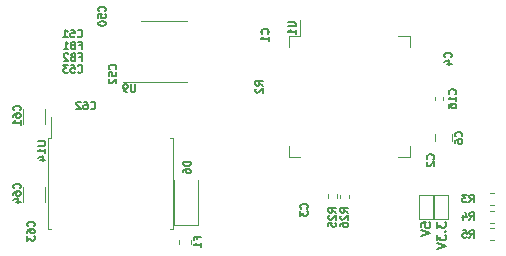
<source format=gbr>
G04 #@! TF.GenerationSoftware,KiCad,Pcbnew,(5.1.10)-1*
G04 #@! TF.CreationDate,2022-10-27T19:37:03-07:00*
G04 #@! TF.ProjectId,Motor_Gen2L,4d6f746f-725f-4476-956e-324c2e6b6963,rev?*
G04 #@! TF.SameCoordinates,Original*
G04 #@! TF.FileFunction,Legend,Bot*
G04 #@! TF.FilePolarity,Positive*
%FSLAX46Y46*%
G04 Gerber Fmt 4.6, Leading zero omitted, Abs format (unit mm)*
G04 Created by KiCad (PCBNEW (5.1.10)-1) date 2022-10-27 19:37:03*
%MOMM*%
%LPD*%
G01*
G04 APERTURE LIST*
%ADD10C,0.152400*%
%ADD11C,0.120000*%
%ADD12C,0.127000*%
%ADD13O,0.800000X1.300000*%
%ADD14R,1.100000X1.100000*%
%ADD15C,0.100000*%
%ADD16C,0.800000*%
%ADD17C,5.400000*%
G04 APERTURE END LIST*
D10*
X113810014Y-113468345D02*
X113810014Y-113105488D01*
X114172871Y-113069202D01*
X114136585Y-113105488D01*
X114100300Y-113178060D01*
X114100300Y-113359488D01*
X114136585Y-113432060D01*
X114172871Y-113468345D01*
X114245442Y-113504631D01*
X114426871Y-113504631D01*
X114499442Y-113468345D01*
X114535728Y-113432060D01*
X114572014Y-113359488D01*
X114572014Y-113178060D01*
X114535728Y-113105488D01*
X114499442Y-113069202D01*
X113810014Y-113722345D02*
X114572014Y-113976345D01*
X113810014Y-114230345D01*
X115105414Y-113032917D02*
X115105414Y-113504631D01*
X115395700Y-113250631D01*
X115395700Y-113359488D01*
X115431985Y-113432060D01*
X115468271Y-113468345D01*
X115540842Y-113504631D01*
X115722271Y-113504631D01*
X115794842Y-113468345D01*
X115831128Y-113432060D01*
X115867414Y-113359488D01*
X115867414Y-113141774D01*
X115831128Y-113069202D01*
X115794842Y-113032917D01*
X115794842Y-113831202D02*
X115831128Y-113867488D01*
X115867414Y-113831202D01*
X115831128Y-113794917D01*
X115794842Y-113831202D01*
X115867414Y-113831202D01*
X115105414Y-114121488D02*
X115105414Y-114593202D01*
X115395700Y-114339202D01*
X115395700Y-114448060D01*
X115431985Y-114520631D01*
X115468271Y-114556917D01*
X115540842Y-114593202D01*
X115722271Y-114593202D01*
X115794842Y-114556917D01*
X115831128Y-114520631D01*
X115867414Y-114448060D01*
X115867414Y-114230345D01*
X115831128Y-114157774D01*
X115794842Y-114121488D01*
X115105414Y-114810917D02*
X115867414Y-115064917D01*
X115105414Y-115318917D01*
D11*
X106920000Y-110706359D02*
X106920000Y-111013641D01*
X107680000Y-110706359D02*
X107680000Y-111013641D01*
X105920000Y-110696359D02*
X105920000Y-111003641D01*
X106680000Y-110696359D02*
X106680000Y-111003641D01*
X115660000Y-102707836D02*
X115660000Y-102492164D01*
X114940000Y-102707836D02*
X114940000Y-102492164D01*
X114990000Y-105621022D02*
X114990000Y-106138178D01*
X116410000Y-105621022D02*
X116410000Y-106138178D01*
X94900000Y-113300000D02*
X92900000Y-113300000D01*
X92900000Y-113300000D02*
X92900000Y-109450000D01*
X94900000Y-113300000D02*
X94900000Y-109450000D01*
X114800000Y-110750000D02*
X113600000Y-110750000D01*
X114800000Y-112750000D02*
X114800000Y-110750000D01*
X113600000Y-112750000D02*
X114800000Y-112750000D01*
X113600000Y-110750000D02*
X113600000Y-112750000D01*
X116100000Y-110750000D02*
X114900000Y-110750000D01*
X116100000Y-112750000D02*
X116100000Y-110750000D01*
X114900000Y-112750000D02*
X116100000Y-112750000D01*
X114900000Y-110750000D02*
X114900000Y-112750000D01*
X82495000Y-105940000D02*
X82495000Y-104125000D01*
X82240000Y-105940000D02*
X82495000Y-105940000D01*
X82240000Y-109800000D02*
X82240000Y-105940000D01*
X82240000Y-113660000D02*
X82495000Y-113660000D01*
X82240000Y-109800000D02*
X82240000Y-113660000D01*
X92760000Y-105940000D02*
X92505000Y-105940000D01*
X92760000Y-109800000D02*
X92760000Y-105940000D01*
X92760000Y-113660000D02*
X92505000Y-113660000D01*
X92760000Y-109800000D02*
X92760000Y-113660000D01*
X92037000Y-96051000D02*
X93987000Y-96051000D01*
X92037000Y-96051000D02*
X90087000Y-96051000D01*
X92037000Y-101171000D02*
X93987000Y-101171000D01*
X92037000Y-101171000D02*
X88587000Y-101171000D01*
X112810000Y-106560000D02*
X112810000Y-107510000D01*
X112810000Y-107510000D02*
X111860000Y-107510000D01*
X112810000Y-98240000D02*
X112810000Y-97290000D01*
X112810000Y-97290000D02*
X111860000Y-97290000D01*
X102590000Y-106560000D02*
X102590000Y-107510000D01*
X102590000Y-107510000D02*
X103540000Y-107510000D01*
X102590000Y-98240000D02*
X102590000Y-97290000D01*
X102590000Y-97290000D02*
X103540000Y-97290000D01*
X103540000Y-97290000D02*
X103540000Y-95950000D01*
X119612221Y-114583400D02*
X119937779Y-114583400D01*
X119612221Y-113563400D02*
X119937779Y-113563400D01*
X119612221Y-113083400D02*
X119937779Y-113083400D01*
X119612221Y-112063400D02*
X119937779Y-112063400D01*
X119612221Y-111583400D02*
X119937779Y-111583400D01*
X119612221Y-110563400D02*
X119937779Y-110563400D01*
X94310000Y-114862779D02*
X94310000Y-114537221D01*
X93290000Y-114862779D02*
X93290000Y-114537221D01*
X81910000Y-111302064D02*
X81910000Y-110097936D01*
X80090000Y-111302064D02*
X80090000Y-110097936D01*
X81910000Y-104702064D02*
X81910000Y-103497936D01*
X80090000Y-104702064D02*
X80090000Y-103497936D01*
D12*
X107587261Y-112241785D02*
X107284880Y-112030119D01*
X107587261Y-111878928D02*
X106952261Y-111878928D01*
X106952261Y-112120833D01*
X106982500Y-112181309D01*
X107012738Y-112211547D01*
X107073214Y-112241785D01*
X107163928Y-112241785D01*
X107224404Y-112211547D01*
X107254642Y-112181309D01*
X107284880Y-112120833D01*
X107284880Y-111878928D01*
X107012738Y-112483690D02*
X106982500Y-112513928D01*
X106952261Y-112574404D01*
X106952261Y-112725595D01*
X106982500Y-112786071D01*
X107012738Y-112816309D01*
X107073214Y-112846547D01*
X107133690Y-112846547D01*
X107224404Y-112816309D01*
X107587261Y-112453452D01*
X107587261Y-112846547D01*
X106952261Y-113390833D02*
X106952261Y-113269880D01*
X106982500Y-113209404D01*
X107012738Y-113179166D01*
X107103452Y-113118690D01*
X107224404Y-113088452D01*
X107466309Y-113088452D01*
X107526785Y-113118690D01*
X107557023Y-113148928D01*
X107587261Y-113209404D01*
X107587261Y-113330357D01*
X107557023Y-113390833D01*
X107526785Y-113421071D01*
X107466309Y-113451309D01*
X107315119Y-113451309D01*
X107254642Y-113421071D01*
X107224404Y-113390833D01*
X107194166Y-113330357D01*
X107194166Y-113209404D01*
X107224404Y-113148928D01*
X107254642Y-113118690D01*
X107315119Y-113088452D01*
X106577261Y-112231785D02*
X106274880Y-112020119D01*
X106577261Y-111868928D02*
X105942261Y-111868928D01*
X105942261Y-112110833D01*
X105972500Y-112171309D01*
X106002738Y-112201547D01*
X106063214Y-112231785D01*
X106153928Y-112231785D01*
X106214404Y-112201547D01*
X106244642Y-112171309D01*
X106274880Y-112110833D01*
X106274880Y-111868928D01*
X106002738Y-112473690D02*
X105972500Y-112503928D01*
X105942261Y-112564404D01*
X105942261Y-112715595D01*
X105972500Y-112776071D01*
X106002738Y-112806309D01*
X106063214Y-112836547D01*
X106123690Y-112836547D01*
X106214404Y-112806309D01*
X106577261Y-112443452D01*
X106577261Y-112836547D01*
X105942261Y-113411071D02*
X105942261Y-113108690D01*
X106244642Y-113078452D01*
X106214404Y-113108690D01*
X106184166Y-113169166D01*
X106184166Y-113320357D01*
X106214404Y-113380833D01*
X106244642Y-113411071D01*
X106305119Y-113441309D01*
X106456309Y-113441309D01*
X106516785Y-113411071D01*
X106547023Y-113380833D01*
X106577261Y-113320357D01*
X106577261Y-113169166D01*
X106547023Y-113108690D01*
X106516785Y-113078452D01*
X116686785Y-102191785D02*
X116717023Y-102161547D01*
X116747261Y-102070833D01*
X116747261Y-102010357D01*
X116717023Y-101919642D01*
X116656547Y-101859166D01*
X116596071Y-101828928D01*
X116475119Y-101798690D01*
X116384404Y-101798690D01*
X116263452Y-101828928D01*
X116202976Y-101859166D01*
X116142500Y-101919642D01*
X116112261Y-102010357D01*
X116112261Y-102070833D01*
X116142500Y-102161547D01*
X116172738Y-102191785D01*
X116747261Y-102796547D02*
X116747261Y-102433690D01*
X116747261Y-102615119D02*
X116112261Y-102615119D01*
X116202976Y-102554642D01*
X116263452Y-102494166D01*
X116293690Y-102433690D01*
X116112261Y-103340833D02*
X116112261Y-103219880D01*
X116142500Y-103159404D01*
X116172738Y-103129166D01*
X116263452Y-103068690D01*
X116384404Y-103038452D01*
X116626309Y-103038452D01*
X116686785Y-103068690D01*
X116717023Y-103098928D01*
X116747261Y-103159404D01*
X116747261Y-103280357D01*
X116717023Y-103340833D01*
X116686785Y-103371071D01*
X116626309Y-103401309D01*
X116475119Y-103401309D01*
X116414642Y-103371071D01*
X116384404Y-103340833D01*
X116354166Y-103280357D01*
X116354166Y-103159404D01*
X116384404Y-103098928D01*
X116414642Y-103068690D01*
X116475119Y-103038452D01*
X117226785Y-105794166D02*
X117257023Y-105763928D01*
X117287261Y-105673214D01*
X117287261Y-105612738D01*
X117257023Y-105522023D01*
X117196547Y-105461547D01*
X117136071Y-105431309D01*
X117015119Y-105401071D01*
X116924404Y-105401071D01*
X116803452Y-105431309D01*
X116742976Y-105461547D01*
X116682500Y-105522023D01*
X116652261Y-105612738D01*
X116652261Y-105673214D01*
X116682500Y-105763928D01*
X116712738Y-105794166D01*
X116652261Y-106338452D02*
X116652261Y-106217500D01*
X116682500Y-106157023D01*
X116712738Y-106126785D01*
X116803452Y-106066309D01*
X116924404Y-106036071D01*
X117166309Y-106036071D01*
X117226785Y-106066309D01*
X117257023Y-106096547D01*
X117287261Y-106157023D01*
X117287261Y-106277976D01*
X117257023Y-106338452D01*
X117226785Y-106368690D01*
X117166309Y-106398928D01*
X117015119Y-106398928D01*
X116954642Y-106368690D01*
X116924404Y-106338452D01*
X116894166Y-106277976D01*
X116894166Y-106157023D01*
X116924404Y-106096547D01*
X116954642Y-106066309D01*
X117015119Y-106036071D01*
X94287261Y-107931309D02*
X93652261Y-107931309D01*
X93652261Y-108082500D01*
X93682500Y-108173214D01*
X93742976Y-108233690D01*
X93803452Y-108263928D01*
X93924404Y-108294166D01*
X94015119Y-108294166D01*
X94136071Y-108263928D01*
X94196547Y-108233690D01*
X94257023Y-108173214D01*
X94287261Y-108082500D01*
X94287261Y-107931309D01*
X93652261Y-108838452D02*
X93652261Y-108717500D01*
X93682500Y-108657023D01*
X93712738Y-108626785D01*
X93803452Y-108566309D01*
X93924404Y-108536071D01*
X94166309Y-108536071D01*
X94226785Y-108566309D01*
X94257023Y-108596547D01*
X94287261Y-108657023D01*
X94287261Y-108777976D01*
X94257023Y-108838452D01*
X94226785Y-108868690D01*
X94166309Y-108898928D01*
X94015119Y-108898928D01*
X93954642Y-108868690D01*
X93924404Y-108838452D01*
X93894166Y-108777976D01*
X93894166Y-108657023D01*
X93924404Y-108596547D01*
X93954642Y-108566309D01*
X94015119Y-108536071D01*
X81352261Y-106213809D02*
X81866309Y-106213809D01*
X81926785Y-106244047D01*
X81957023Y-106274285D01*
X81987261Y-106334761D01*
X81987261Y-106455714D01*
X81957023Y-106516190D01*
X81926785Y-106546428D01*
X81866309Y-106576666D01*
X81352261Y-106576666D01*
X81987261Y-107211666D02*
X81987261Y-106848809D01*
X81987261Y-107030238D02*
X81352261Y-107030238D01*
X81442976Y-106969761D01*
X81503452Y-106909285D01*
X81533690Y-106848809D01*
X81563928Y-107755952D02*
X81987261Y-107755952D01*
X81322023Y-107604761D02*
X81775595Y-107453571D01*
X81775595Y-107846666D01*
X89583809Y-101352261D02*
X89583809Y-101866309D01*
X89553571Y-101926785D01*
X89523333Y-101957023D01*
X89462857Y-101987261D01*
X89341904Y-101987261D01*
X89281428Y-101957023D01*
X89251190Y-101926785D01*
X89220952Y-101866309D01*
X89220952Y-101352261D01*
X88888333Y-101987261D02*
X88767380Y-101987261D01*
X88706904Y-101957023D01*
X88676666Y-101926785D01*
X88616190Y-101836071D01*
X88585952Y-101715119D01*
X88585952Y-101473214D01*
X88616190Y-101412738D01*
X88646428Y-101382500D01*
X88706904Y-101352261D01*
X88827857Y-101352261D01*
X88888333Y-101382500D01*
X88918571Y-101412738D01*
X88948809Y-101473214D01*
X88948809Y-101624404D01*
X88918571Y-101684880D01*
X88888333Y-101715119D01*
X88827857Y-101745357D01*
X88706904Y-101745357D01*
X88646428Y-101715119D01*
X88616190Y-101684880D01*
X88585952Y-101624404D01*
X102552261Y-96116190D02*
X103066309Y-96116190D01*
X103126785Y-96146428D01*
X103157023Y-96176666D01*
X103187261Y-96237142D01*
X103187261Y-96358095D01*
X103157023Y-96418571D01*
X103126785Y-96448809D01*
X103066309Y-96479047D01*
X102552261Y-96479047D01*
X103187261Y-97114047D02*
X103187261Y-96751190D01*
X103187261Y-96932619D02*
X102552261Y-96932619D01*
X102642976Y-96872142D01*
X102703452Y-96811666D01*
X102733690Y-96751190D01*
X117880833Y-114360661D02*
X118092500Y-114058280D01*
X118243690Y-114360661D02*
X118243690Y-113725661D01*
X118001785Y-113725661D01*
X117941309Y-113755900D01*
X117911071Y-113786138D01*
X117880833Y-113846614D01*
X117880833Y-113937328D01*
X117911071Y-113997804D01*
X117941309Y-114028042D01*
X118001785Y-114058280D01*
X118243690Y-114058280D01*
X117306309Y-113725661D02*
X117608690Y-113725661D01*
X117638928Y-114028042D01*
X117608690Y-113997804D01*
X117548214Y-113967566D01*
X117397023Y-113967566D01*
X117336547Y-113997804D01*
X117306309Y-114028042D01*
X117276071Y-114088519D01*
X117276071Y-114239709D01*
X117306309Y-114300185D01*
X117336547Y-114330423D01*
X117397023Y-114360661D01*
X117548214Y-114360661D01*
X117608690Y-114330423D01*
X117638928Y-114300185D01*
X117880833Y-112860661D02*
X118092500Y-112558280D01*
X118243690Y-112860661D02*
X118243690Y-112225661D01*
X118001785Y-112225661D01*
X117941309Y-112255900D01*
X117911071Y-112286138D01*
X117880833Y-112346614D01*
X117880833Y-112437328D01*
X117911071Y-112497804D01*
X117941309Y-112528042D01*
X118001785Y-112558280D01*
X118243690Y-112558280D01*
X117336547Y-112437328D02*
X117336547Y-112860661D01*
X117487738Y-112195423D02*
X117638928Y-112648995D01*
X117245833Y-112648995D01*
X117880833Y-111360661D02*
X118092500Y-111058280D01*
X118243690Y-111360661D02*
X118243690Y-110725661D01*
X118001785Y-110725661D01*
X117941309Y-110755900D01*
X117911071Y-110786138D01*
X117880833Y-110846614D01*
X117880833Y-110937328D01*
X117911071Y-110997804D01*
X117941309Y-111028042D01*
X118001785Y-111058280D01*
X118243690Y-111058280D01*
X117669166Y-110725661D02*
X117276071Y-110725661D01*
X117487738Y-110967566D01*
X117397023Y-110967566D01*
X117336547Y-110997804D01*
X117306309Y-111028042D01*
X117276071Y-111088519D01*
X117276071Y-111239709D01*
X117306309Y-111300185D01*
X117336547Y-111330423D01*
X117397023Y-111360661D01*
X117578452Y-111360661D01*
X117638928Y-111330423D01*
X117669166Y-111300185D01*
X100387261Y-101494166D02*
X100084880Y-101282500D01*
X100387261Y-101131309D02*
X99752261Y-101131309D01*
X99752261Y-101373214D01*
X99782500Y-101433690D01*
X99812738Y-101463928D01*
X99873214Y-101494166D01*
X99963928Y-101494166D01*
X100024404Y-101463928D01*
X100054642Y-101433690D01*
X100084880Y-101373214D01*
X100084880Y-101131309D01*
X99812738Y-101736071D02*
X99782500Y-101766309D01*
X99752261Y-101826785D01*
X99752261Y-101977976D01*
X99782500Y-102038452D01*
X99812738Y-102068690D01*
X99873214Y-102098928D01*
X99933690Y-102098928D01*
X100024404Y-102068690D01*
X100387261Y-101705833D01*
X100387261Y-102098928D01*
X84829166Y-99054642D02*
X85040833Y-99054642D01*
X85040833Y-99387261D02*
X85040833Y-98752261D01*
X84738452Y-98752261D01*
X84284880Y-99054642D02*
X84194166Y-99084880D01*
X84163928Y-99115119D01*
X84133690Y-99175595D01*
X84133690Y-99266309D01*
X84163928Y-99326785D01*
X84194166Y-99357023D01*
X84254642Y-99387261D01*
X84496547Y-99387261D01*
X84496547Y-98752261D01*
X84284880Y-98752261D01*
X84224404Y-98782500D01*
X84194166Y-98812738D01*
X84163928Y-98873214D01*
X84163928Y-98933690D01*
X84194166Y-98994166D01*
X84224404Y-99024404D01*
X84284880Y-99054642D01*
X84496547Y-99054642D01*
X83891785Y-98812738D02*
X83861547Y-98782500D01*
X83801071Y-98752261D01*
X83649880Y-98752261D01*
X83589404Y-98782500D01*
X83559166Y-98812738D01*
X83528928Y-98873214D01*
X83528928Y-98933690D01*
X83559166Y-99024404D01*
X83922023Y-99387261D01*
X83528928Y-99387261D01*
X84829166Y-98054642D02*
X85040833Y-98054642D01*
X85040833Y-98387261D02*
X85040833Y-97752261D01*
X84738452Y-97752261D01*
X84284880Y-98054642D02*
X84194166Y-98084880D01*
X84163928Y-98115119D01*
X84133690Y-98175595D01*
X84133690Y-98266309D01*
X84163928Y-98326785D01*
X84194166Y-98357023D01*
X84254642Y-98387261D01*
X84496547Y-98387261D01*
X84496547Y-97752261D01*
X84284880Y-97752261D01*
X84224404Y-97782500D01*
X84194166Y-97812738D01*
X84163928Y-97873214D01*
X84163928Y-97933690D01*
X84194166Y-97994166D01*
X84224404Y-98024404D01*
X84284880Y-98054642D01*
X84496547Y-98054642D01*
X83528928Y-98387261D02*
X83891785Y-98387261D01*
X83710357Y-98387261D02*
X83710357Y-97752261D01*
X83770833Y-97842976D01*
X83831309Y-97903452D01*
X83891785Y-97933690D01*
X94854642Y-114500833D02*
X94854642Y-114289166D01*
X95187261Y-114289166D02*
X94552261Y-114289166D01*
X94552261Y-114591547D01*
X95187261Y-115166071D02*
X95187261Y-114803214D01*
X95187261Y-114984642D02*
X94552261Y-114984642D01*
X94642976Y-114924166D01*
X94703452Y-114863690D01*
X94733690Y-114803214D01*
X79826785Y-110191785D02*
X79857023Y-110161547D01*
X79887261Y-110070833D01*
X79887261Y-110010357D01*
X79857023Y-109919642D01*
X79796547Y-109859166D01*
X79736071Y-109828928D01*
X79615119Y-109798690D01*
X79524404Y-109798690D01*
X79403452Y-109828928D01*
X79342976Y-109859166D01*
X79282500Y-109919642D01*
X79252261Y-110010357D01*
X79252261Y-110070833D01*
X79282500Y-110161547D01*
X79312738Y-110191785D01*
X79252261Y-110736071D02*
X79252261Y-110615119D01*
X79282500Y-110554642D01*
X79312738Y-110524404D01*
X79403452Y-110463928D01*
X79524404Y-110433690D01*
X79766309Y-110433690D01*
X79826785Y-110463928D01*
X79857023Y-110494166D01*
X79887261Y-110554642D01*
X79887261Y-110675595D01*
X79857023Y-110736071D01*
X79826785Y-110766309D01*
X79766309Y-110796547D01*
X79615119Y-110796547D01*
X79554642Y-110766309D01*
X79524404Y-110736071D01*
X79494166Y-110675595D01*
X79494166Y-110554642D01*
X79524404Y-110494166D01*
X79554642Y-110463928D01*
X79615119Y-110433690D01*
X79463928Y-111340833D02*
X79887261Y-111340833D01*
X79222023Y-111189642D02*
X79675595Y-111038452D01*
X79675595Y-111431547D01*
X81026785Y-113391785D02*
X81057023Y-113361547D01*
X81087261Y-113270833D01*
X81087261Y-113210357D01*
X81057023Y-113119642D01*
X80996547Y-113059166D01*
X80936071Y-113028928D01*
X80815119Y-112998690D01*
X80724404Y-112998690D01*
X80603452Y-113028928D01*
X80542976Y-113059166D01*
X80482500Y-113119642D01*
X80452261Y-113210357D01*
X80452261Y-113270833D01*
X80482500Y-113361547D01*
X80512738Y-113391785D01*
X80452261Y-113936071D02*
X80452261Y-113815119D01*
X80482500Y-113754642D01*
X80512738Y-113724404D01*
X80603452Y-113663928D01*
X80724404Y-113633690D01*
X80966309Y-113633690D01*
X81026785Y-113663928D01*
X81057023Y-113694166D01*
X81087261Y-113754642D01*
X81087261Y-113875595D01*
X81057023Y-113936071D01*
X81026785Y-113966309D01*
X80966309Y-113996547D01*
X80815119Y-113996547D01*
X80754642Y-113966309D01*
X80724404Y-113936071D01*
X80694166Y-113875595D01*
X80694166Y-113754642D01*
X80724404Y-113694166D01*
X80754642Y-113663928D01*
X80815119Y-113633690D01*
X80452261Y-114208214D02*
X80452261Y-114601309D01*
X80694166Y-114389642D01*
X80694166Y-114480357D01*
X80724404Y-114540833D01*
X80754642Y-114571071D01*
X80815119Y-114601309D01*
X80966309Y-114601309D01*
X81026785Y-114571071D01*
X81057023Y-114540833D01*
X81087261Y-114480357D01*
X81087261Y-114298928D01*
X81057023Y-114238452D01*
X81026785Y-114208214D01*
X85808214Y-103426785D02*
X85838452Y-103457023D01*
X85929166Y-103487261D01*
X85989642Y-103487261D01*
X86080357Y-103457023D01*
X86140833Y-103396547D01*
X86171071Y-103336071D01*
X86201309Y-103215119D01*
X86201309Y-103124404D01*
X86171071Y-103003452D01*
X86140833Y-102942976D01*
X86080357Y-102882500D01*
X85989642Y-102852261D01*
X85929166Y-102852261D01*
X85838452Y-102882500D01*
X85808214Y-102912738D01*
X85263928Y-102852261D02*
X85384880Y-102852261D01*
X85445357Y-102882500D01*
X85475595Y-102912738D01*
X85536071Y-103003452D01*
X85566309Y-103124404D01*
X85566309Y-103366309D01*
X85536071Y-103426785D01*
X85505833Y-103457023D01*
X85445357Y-103487261D01*
X85324404Y-103487261D01*
X85263928Y-103457023D01*
X85233690Y-103426785D01*
X85203452Y-103366309D01*
X85203452Y-103215119D01*
X85233690Y-103154642D01*
X85263928Y-103124404D01*
X85324404Y-103094166D01*
X85445357Y-103094166D01*
X85505833Y-103124404D01*
X85536071Y-103154642D01*
X85566309Y-103215119D01*
X84961547Y-102912738D02*
X84931309Y-102882500D01*
X84870833Y-102852261D01*
X84719642Y-102852261D01*
X84659166Y-102882500D01*
X84628928Y-102912738D01*
X84598690Y-102973214D01*
X84598690Y-103033690D01*
X84628928Y-103124404D01*
X84991785Y-103487261D01*
X84598690Y-103487261D01*
X79826785Y-103591785D02*
X79857023Y-103561547D01*
X79887261Y-103470833D01*
X79887261Y-103410357D01*
X79857023Y-103319642D01*
X79796547Y-103259166D01*
X79736071Y-103228928D01*
X79615119Y-103198690D01*
X79524404Y-103198690D01*
X79403452Y-103228928D01*
X79342976Y-103259166D01*
X79282500Y-103319642D01*
X79252261Y-103410357D01*
X79252261Y-103470833D01*
X79282500Y-103561547D01*
X79312738Y-103591785D01*
X79252261Y-104136071D02*
X79252261Y-104015119D01*
X79282500Y-103954642D01*
X79312738Y-103924404D01*
X79403452Y-103863928D01*
X79524404Y-103833690D01*
X79766309Y-103833690D01*
X79826785Y-103863928D01*
X79857023Y-103894166D01*
X79887261Y-103954642D01*
X79887261Y-104075595D01*
X79857023Y-104136071D01*
X79826785Y-104166309D01*
X79766309Y-104196547D01*
X79615119Y-104196547D01*
X79554642Y-104166309D01*
X79524404Y-104136071D01*
X79494166Y-104075595D01*
X79494166Y-103954642D01*
X79524404Y-103894166D01*
X79554642Y-103863928D01*
X79615119Y-103833690D01*
X79887261Y-104801309D02*
X79887261Y-104438452D01*
X79887261Y-104619880D02*
X79252261Y-104619880D01*
X79342976Y-104559404D01*
X79403452Y-104498928D01*
X79433690Y-104438452D01*
X84708214Y-100326785D02*
X84738452Y-100357023D01*
X84829166Y-100387261D01*
X84889642Y-100387261D01*
X84980357Y-100357023D01*
X85040833Y-100296547D01*
X85071071Y-100236071D01*
X85101309Y-100115119D01*
X85101309Y-100024404D01*
X85071071Y-99903452D01*
X85040833Y-99842976D01*
X84980357Y-99782500D01*
X84889642Y-99752261D01*
X84829166Y-99752261D01*
X84738452Y-99782500D01*
X84708214Y-99812738D01*
X84133690Y-99752261D02*
X84436071Y-99752261D01*
X84466309Y-100054642D01*
X84436071Y-100024404D01*
X84375595Y-99994166D01*
X84224404Y-99994166D01*
X84163928Y-100024404D01*
X84133690Y-100054642D01*
X84103452Y-100115119D01*
X84103452Y-100266309D01*
X84133690Y-100326785D01*
X84163928Y-100357023D01*
X84224404Y-100387261D01*
X84375595Y-100387261D01*
X84436071Y-100357023D01*
X84466309Y-100326785D01*
X83891785Y-99752261D02*
X83498690Y-99752261D01*
X83710357Y-99994166D01*
X83619642Y-99994166D01*
X83559166Y-100024404D01*
X83528928Y-100054642D01*
X83498690Y-100115119D01*
X83498690Y-100266309D01*
X83528928Y-100326785D01*
X83559166Y-100357023D01*
X83619642Y-100387261D01*
X83801071Y-100387261D01*
X83861547Y-100357023D01*
X83891785Y-100326785D01*
X87926785Y-100091785D02*
X87957023Y-100061547D01*
X87987261Y-99970833D01*
X87987261Y-99910357D01*
X87957023Y-99819642D01*
X87896547Y-99759166D01*
X87836071Y-99728928D01*
X87715119Y-99698690D01*
X87624404Y-99698690D01*
X87503452Y-99728928D01*
X87442976Y-99759166D01*
X87382500Y-99819642D01*
X87352261Y-99910357D01*
X87352261Y-99970833D01*
X87382500Y-100061547D01*
X87412738Y-100091785D01*
X87352261Y-100666309D02*
X87352261Y-100363928D01*
X87654642Y-100333690D01*
X87624404Y-100363928D01*
X87594166Y-100424404D01*
X87594166Y-100575595D01*
X87624404Y-100636071D01*
X87654642Y-100666309D01*
X87715119Y-100696547D01*
X87866309Y-100696547D01*
X87926785Y-100666309D01*
X87957023Y-100636071D01*
X87987261Y-100575595D01*
X87987261Y-100424404D01*
X87957023Y-100363928D01*
X87926785Y-100333690D01*
X87412738Y-100938452D02*
X87382500Y-100968690D01*
X87352261Y-101029166D01*
X87352261Y-101180357D01*
X87382500Y-101240833D01*
X87412738Y-101271071D01*
X87473214Y-101301309D01*
X87533690Y-101301309D01*
X87624404Y-101271071D01*
X87987261Y-100908214D01*
X87987261Y-101301309D01*
X84708214Y-97326785D02*
X84738452Y-97357023D01*
X84829166Y-97387261D01*
X84889642Y-97387261D01*
X84980357Y-97357023D01*
X85040833Y-97296547D01*
X85071071Y-97236071D01*
X85101309Y-97115119D01*
X85101309Y-97024404D01*
X85071071Y-96903452D01*
X85040833Y-96842976D01*
X84980357Y-96782500D01*
X84889642Y-96752261D01*
X84829166Y-96752261D01*
X84738452Y-96782500D01*
X84708214Y-96812738D01*
X84133690Y-96752261D02*
X84436071Y-96752261D01*
X84466309Y-97054642D01*
X84436071Y-97024404D01*
X84375595Y-96994166D01*
X84224404Y-96994166D01*
X84163928Y-97024404D01*
X84133690Y-97054642D01*
X84103452Y-97115119D01*
X84103452Y-97266309D01*
X84133690Y-97326785D01*
X84163928Y-97357023D01*
X84224404Y-97387261D01*
X84375595Y-97387261D01*
X84436071Y-97357023D01*
X84466309Y-97326785D01*
X83498690Y-97387261D02*
X83861547Y-97387261D01*
X83680119Y-97387261D02*
X83680119Y-96752261D01*
X83740595Y-96842976D01*
X83801071Y-96903452D01*
X83861547Y-96933690D01*
X87026785Y-95191785D02*
X87057023Y-95161547D01*
X87087261Y-95070833D01*
X87087261Y-95010357D01*
X87057023Y-94919642D01*
X86996547Y-94859166D01*
X86936071Y-94828928D01*
X86815119Y-94798690D01*
X86724404Y-94798690D01*
X86603452Y-94828928D01*
X86542976Y-94859166D01*
X86482500Y-94919642D01*
X86452261Y-95010357D01*
X86452261Y-95070833D01*
X86482500Y-95161547D01*
X86512738Y-95191785D01*
X86452261Y-95766309D02*
X86452261Y-95463928D01*
X86754642Y-95433690D01*
X86724404Y-95463928D01*
X86694166Y-95524404D01*
X86694166Y-95675595D01*
X86724404Y-95736071D01*
X86754642Y-95766309D01*
X86815119Y-95796547D01*
X86966309Y-95796547D01*
X87026785Y-95766309D01*
X87057023Y-95736071D01*
X87087261Y-95675595D01*
X87087261Y-95524404D01*
X87057023Y-95463928D01*
X87026785Y-95433690D01*
X86452261Y-96189642D02*
X86452261Y-96250119D01*
X86482500Y-96310595D01*
X86512738Y-96340833D01*
X86573214Y-96371071D01*
X86694166Y-96401309D01*
X86845357Y-96401309D01*
X86966309Y-96371071D01*
X87026785Y-96340833D01*
X87057023Y-96310595D01*
X87087261Y-96250119D01*
X87087261Y-96189642D01*
X87057023Y-96129166D01*
X87026785Y-96098928D01*
X86966309Y-96068690D01*
X86845357Y-96038452D01*
X86694166Y-96038452D01*
X86573214Y-96068690D01*
X86512738Y-96098928D01*
X86482500Y-96129166D01*
X86452261Y-96189642D01*
X116326785Y-99094166D02*
X116357023Y-99063928D01*
X116387261Y-98973214D01*
X116387261Y-98912738D01*
X116357023Y-98822023D01*
X116296547Y-98761547D01*
X116236071Y-98731309D01*
X116115119Y-98701071D01*
X116024404Y-98701071D01*
X115903452Y-98731309D01*
X115842976Y-98761547D01*
X115782500Y-98822023D01*
X115752261Y-98912738D01*
X115752261Y-98973214D01*
X115782500Y-99063928D01*
X115812738Y-99094166D01*
X115963928Y-99638452D02*
X116387261Y-99638452D01*
X115722023Y-99487261D02*
X116175595Y-99336071D01*
X116175595Y-99729166D01*
X104126785Y-111894166D02*
X104157023Y-111863928D01*
X104187261Y-111773214D01*
X104187261Y-111712738D01*
X104157023Y-111622023D01*
X104096547Y-111561547D01*
X104036071Y-111531309D01*
X103915119Y-111501071D01*
X103824404Y-111501071D01*
X103703452Y-111531309D01*
X103642976Y-111561547D01*
X103582500Y-111622023D01*
X103552261Y-111712738D01*
X103552261Y-111773214D01*
X103582500Y-111863928D01*
X103612738Y-111894166D01*
X103552261Y-112105833D02*
X103552261Y-112498928D01*
X103794166Y-112287261D01*
X103794166Y-112377976D01*
X103824404Y-112438452D01*
X103854642Y-112468690D01*
X103915119Y-112498928D01*
X104066309Y-112498928D01*
X104126785Y-112468690D01*
X104157023Y-112438452D01*
X104187261Y-112377976D01*
X104187261Y-112196547D01*
X104157023Y-112136071D01*
X104126785Y-112105833D01*
X114826785Y-107694166D02*
X114857023Y-107663928D01*
X114887261Y-107573214D01*
X114887261Y-107512738D01*
X114857023Y-107422023D01*
X114796547Y-107361547D01*
X114736071Y-107331309D01*
X114615119Y-107301071D01*
X114524404Y-107301071D01*
X114403452Y-107331309D01*
X114342976Y-107361547D01*
X114282500Y-107422023D01*
X114252261Y-107512738D01*
X114252261Y-107573214D01*
X114282500Y-107663928D01*
X114312738Y-107694166D01*
X114312738Y-107936071D02*
X114282500Y-107966309D01*
X114252261Y-108026785D01*
X114252261Y-108177976D01*
X114282500Y-108238452D01*
X114312738Y-108268690D01*
X114373214Y-108298928D01*
X114433690Y-108298928D01*
X114524404Y-108268690D01*
X114887261Y-107905833D01*
X114887261Y-108298928D01*
X100826785Y-97094166D02*
X100857023Y-97063928D01*
X100887261Y-96973214D01*
X100887261Y-96912738D01*
X100857023Y-96822023D01*
X100796547Y-96761547D01*
X100736071Y-96731309D01*
X100615119Y-96701071D01*
X100524404Y-96701071D01*
X100403452Y-96731309D01*
X100342976Y-96761547D01*
X100282500Y-96822023D01*
X100252261Y-96912738D01*
X100252261Y-96973214D01*
X100282500Y-97063928D01*
X100312738Y-97094166D01*
X100887261Y-97698928D02*
X100887261Y-97336071D01*
X100887261Y-97517500D02*
X100252261Y-97517500D01*
X100342976Y-97457023D01*
X100403452Y-97396547D01*
X100433690Y-97336071D01*
%LPC*%
D13*
X95450000Y-117700000D03*
G36*
G01*
X93800000Y-118150000D02*
X93800000Y-117250000D01*
G75*
G02*
X94000000Y-117050000I200000J0D01*
G01*
X94400000Y-117050000D01*
G75*
G02*
X94600000Y-117250000I0J-200000D01*
G01*
X94600000Y-118150000D01*
G75*
G02*
X94400000Y-118350000I-200000J0D01*
G01*
X94000000Y-118350000D01*
G75*
G02*
X93800000Y-118150000I0J200000D01*
G01*
G37*
X115100000Y-117700000D03*
G36*
G01*
X113450000Y-118150000D02*
X113450000Y-117250000D01*
G75*
G02*
X113650000Y-117050000I200000J0D01*
G01*
X114050000Y-117050000D01*
G75*
G02*
X114250000Y-117250000I0J-200000D01*
G01*
X114250000Y-118150000D01*
G75*
G02*
X114050000Y-118350000I-200000J0D01*
G01*
X113650000Y-118350000D01*
G75*
G02*
X113450000Y-118150000I0J200000D01*
G01*
G37*
X91150000Y-117700000D03*
X89900000Y-117700000D03*
X88650000Y-117700000D03*
X87400000Y-117700000D03*
X86150000Y-117700000D03*
G36*
G01*
X84500000Y-118150000D02*
X84500000Y-117250000D01*
G75*
G02*
X84700000Y-117050000I200000J0D01*
G01*
X85100000Y-117050000D01*
G75*
G02*
X85300000Y-117250000I0J-200000D01*
G01*
X85300000Y-118150000D01*
G75*
G02*
X85100000Y-118350000I-200000J0D01*
G01*
X84700000Y-118350000D01*
G75*
G02*
X84500000Y-118150000I0J200000D01*
G01*
G37*
X110800000Y-117700000D03*
X109550000Y-117700000D03*
X108300000Y-117700000D03*
X107050000Y-117700000D03*
X105800000Y-117700000D03*
G36*
G01*
X104150000Y-118150000D02*
X104150000Y-117250000D01*
G75*
G02*
X104350000Y-117050000I200000J0D01*
G01*
X104750000Y-117050000D01*
G75*
G02*
X104950000Y-117250000I0J-200000D01*
G01*
X104950000Y-118150000D01*
G75*
G02*
X104750000Y-118350000I-200000J0D01*
G01*
X104350000Y-118350000D01*
G75*
G02*
X104150000Y-118150000I0J200000D01*
G01*
G37*
G36*
G01*
X107115000Y-111100000D02*
X107485000Y-111100000D01*
G75*
G02*
X107620000Y-111235000I0J-135000D01*
G01*
X107620000Y-111505000D01*
G75*
G02*
X107485000Y-111640000I-135000J0D01*
G01*
X107115000Y-111640000D01*
G75*
G02*
X106980000Y-111505000I0J135000D01*
G01*
X106980000Y-111235000D01*
G75*
G02*
X107115000Y-111100000I135000J0D01*
G01*
G37*
G36*
G01*
X107115000Y-110080000D02*
X107485000Y-110080000D01*
G75*
G02*
X107620000Y-110215000I0J-135000D01*
G01*
X107620000Y-110485000D01*
G75*
G02*
X107485000Y-110620000I-135000J0D01*
G01*
X107115000Y-110620000D01*
G75*
G02*
X106980000Y-110485000I0J135000D01*
G01*
X106980000Y-110215000D01*
G75*
G02*
X107115000Y-110080000I135000J0D01*
G01*
G37*
G36*
G01*
X106115000Y-111090000D02*
X106485000Y-111090000D01*
G75*
G02*
X106620000Y-111225000I0J-135000D01*
G01*
X106620000Y-111495000D01*
G75*
G02*
X106485000Y-111630000I-135000J0D01*
G01*
X106115000Y-111630000D01*
G75*
G02*
X105980000Y-111495000I0J135000D01*
G01*
X105980000Y-111225000D01*
G75*
G02*
X106115000Y-111090000I135000J0D01*
G01*
G37*
G36*
G01*
X106115000Y-110070000D02*
X106485000Y-110070000D01*
G75*
G02*
X106620000Y-110205000I0J-135000D01*
G01*
X106620000Y-110475000D01*
G75*
G02*
X106485000Y-110610000I-135000J0D01*
G01*
X106115000Y-110610000D01*
G75*
G02*
X105980000Y-110475000I0J135000D01*
G01*
X105980000Y-110205000D01*
G75*
G02*
X106115000Y-110070000I135000J0D01*
G01*
G37*
G36*
G01*
X115470000Y-102400000D02*
X115130000Y-102400000D01*
G75*
G02*
X114990000Y-102260000I0J140000D01*
G01*
X114990000Y-101980000D01*
G75*
G02*
X115130000Y-101840000I140000J0D01*
G01*
X115470000Y-101840000D01*
G75*
G02*
X115610000Y-101980000I0J-140000D01*
G01*
X115610000Y-102260000D01*
G75*
G02*
X115470000Y-102400000I-140000J0D01*
G01*
G37*
G36*
G01*
X115470000Y-103360000D02*
X115130000Y-103360000D01*
G75*
G02*
X114990000Y-103220000I0J140000D01*
G01*
X114990000Y-102940000D01*
G75*
G02*
X115130000Y-102800000I140000J0D01*
G01*
X115470000Y-102800000D01*
G75*
G02*
X115610000Y-102940000I0J-140000D01*
G01*
X115610000Y-103220000D01*
G75*
G02*
X115470000Y-103360000I-140000J0D01*
G01*
G37*
G36*
G01*
X115243750Y-106329600D02*
X116156250Y-106329600D01*
G75*
G02*
X116400000Y-106573350I0J-243750D01*
G01*
X116400000Y-107060850D01*
G75*
G02*
X116156250Y-107304600I-243750J0D01*
G01*
X115243750Y-107304600D01*
G75*
G02*
X115000000Y-107060850I0J243750D01*
G01*
X115000000Y-106573350D01*
G75*
G02*
X115243750Y-106329600I243750J0D01*
G01*
G37*
G36*
G01*
X115243750Y-104454600D02*
X116156250Y-104454600D01*
G75*
G02*
X116400000Y-104698350I0J-243750D01*
G01*
X116400000Y-105185850D01*
G75*
G02*
X116156250Y-105429600I-243750J0D01*
G01*
X115243750Y-105429600D01*
G75*
G02*
X115000000Y-105185850I0J243750D01*
G01*
X115000000Y-104698350D01*
G75*
G02*
X115243750Y-104454600I243750J0D01*
G01*
G37*
D14*
X93900000Y-109700000D03*
X93900000Y-112500000D03*
D15*
G36*
X114200000Y-111900000D02*
G01*
X113700000Y-111400000D01*
X113700000Y-110900000D01*
X114700000Y-110900000D01*
X114700000Y-111400000D01*
X114200000Y-111900000D01*
G37*
G36*
X113700000Y-112600000D02*
G01*
X113700000Y-111700000D01*
X114200000Y-112200000D01*
X114700000Y-111700000D01*
X114700000Y-112600000D01*
X113700000Y-112600000D01*
G37*
G36*
X115500000Y-111900000D02*
G01*
X115000000Y-111400000D01*
X115000000Y-110900000D01*
X116000000Y-110900000D01*
X116000000Y-111400000D01*
X115500000Y-111900000D01*
G37*
G36*
X115000000Y-112600000D02*
G01*
X115000000Y-111700000D01*
X115500000Y-112200000D01*
X116000000Y-111700000D01*
X116000000Y-112600000D01*
X115000000Y-112600000D01*
G37*
D16*
X121431891Y-120068109D03*
X120000000Y-119475000D03*
X118568109Y-120068109D03*
X117975000Y-121500000D03*
X118568109Y-122931891D03*
X120000000Y-123525000D03*
X121431891Y-122931891D03*
X122025000Y-121500000D03*
D17*
X120000000Y-121500000D03*
D16*
X81431891Y-120068109D03*
X80000000Y-119475000D03*
X78568109Y-120068109D03*
X77975000Y-121500000D03*
X78568109Y-122931891D03*
X80000000Y-123525000D03*
X81431891Y-122931891D03*
X82025000Y-121500000D03*
D17*
X80000000Y-121500000D03*
D16*
X81431891Y-95068109D03*
X80000000Y-94475000D03*
X78568109Y-95068109D03*
X77975000Y-96500000D03*
X78568109Y-97931891D03*
X80000000Y-98525000D03*
X81431891Y-97931891D03*
X82025000Y-96500000D03*
D17*
X80000000Y-96500000D03*
D16*
X121431891Y-95068109D03*
X120000000Y-94475000D03*
X118568109Y-95068109D03*
X117975000Y-96500000D03*
X118568109Y-97931891D03*
X120000000Y-98525000D03*
X121431891Y-97931891D03*
X122025000Y-96500000D03*
D17*
X120000000Y-96500000D03*
G36*
G01*
X82905000Y-104125000D02*
X83205000Y-104125000D01*
G75*
G02*
X83355000Y-104275000I0J-150000D01*
G01*
X83355000Y-106025000D01*
G75*
G02*
X83205000Y-106175000I-150000J0D01*
G01*
X82905000Y-106175000D01*
G75*
G02*
X82755000Y-106025000I0J150000D01*
G01*
X82755000Y-104275000D01*
G75*
G02*
X82905000Y-104125000I150000J0D01*
G01*
G37*
G36*
G01*
X84175000Y-104125000D02*
X84475000Y-104125000D01*
G75*
G02*
X84625000Y-104275000I0J-150000D01*
G01*
X84625000Y-106025000D01*
G75*
G02*
X84475000Y-106175000I-150000J0D01*
G01*
X84175000Y-106175000D01*
G75*
G02*
X84025000Y-106025000I0J150000D01*
G01*
X84025000Y-104275000D01*
G75*
G02*
X84175000Y-104125000I150000J0D01*
G01*
G37*
G36*
G01*
X85445000Y-104125000D02*
X85745000Y-104125000D01*
G75*
G02*
X85895000Y-104275000I0J-150000D01*
G01*
X85895000Y-106025000D01*
G75*
G02*
X85745000Y-106175000I-150000J0D01*
G01*
X85445000Y-106175000D01*
G75*
G02*
X85295000Y-106025000I0J150000D01*
G01*
X85295000Y-104275000D01*
G75*
G02*
X85445000Y-104125000I150000J0D01*
G01*
G37*
G36*
G01*
X86715000Y-104125000D02*
X87015000Y-104125000D01*
G75*
G02*
X87165000Y-104275000I0J-150000D01*
G01*
X87165000Y-106025000D01*
G75*
G02*
X87015000Y-106175000I-150000J0D01*
G01*
X86715000Y-106175000D01*
G75*
G02*
X86565000Y-106025000I0J150000D01*
G01*
X86565000Y-104275000D01*
G75*
G02*
X86715000Y-104125000I150000J0D01*
G01*
G37*
G36*
G01*
X87985000Y-104125000D02*
X88285000Y-104125000D01*
G75*
G02*
X88435000Y-104275000I0J-150000D01*
G01*
X88435000Y-106025000D01*
G75*
G02*
X88285000Y-106175000I-150000J0D01*
G01*
X87985000Y-106175000D01*
G75*
G02*
X87835000Y-106025000I0J150000D01*
G01*
X87835000Y-104275000D01*
G75*
G02*
X87985000Y-104125000I150000J0D01*
G01*
G37*
G36*
G01*
X89255000Y-104125000D02*
X89555000Y-104125000D01*
G75*
G02*
X89705000Y-104275000I0J-150000D01*
G01*
X89705000Y-106025000D01*
G75*
G02*
X89555000Y-106175000I-150000J0D01*
G01*
X89255000Y-106175000D01*
G75*
G02*
X89105000Y-106025000I0J150000D01*
G01*
X89105000Y-104275000D01*
G75*
G02*
X89255000Y-104125000I150000J0D01*
G01*
G37*
G36*
G01*
X90525000Y-104125000D02*
X90825000Y-104125000D01*
G75*
G02*
X90975000Y-104275000I0J-150000D01*
G01*
X90975000Y-106025000D01*
G75*
G02*
X90825000Y-106175000I-150000J0D01*
G01*
X90525000Y-106175000D01*
G75*
G02*
X90375000Y-106025000I0J150000D01*
G01*
X90375000Y-104275000D01*
G75*
G02*
X90525000Y-104125000I150000J0D01*
G01*
G37*
G36*
G01*
X91795000Y-104125000D02*
X92095000Y-104125000D01*
G75*
G02*
X92245000Y-104275000I0J-150000D01*
G01*
X92245000Y-106025000D01*
G75*
G02*
X92095000Y-106175000I-150000J0D01*
G01*
X91795000Y-106175000D01*
G75*
G02*
X91645000Y-106025000I0J150000D01*
G01*
X91645000Y-104275000D01*
G75*
G02*
X91795000Y-104125000I150000J0D01*
G01*
G37*
G36*
G01*
X91795000Y-113425000D02*
X92095000Y-113425000D01*
G75*
G02*
X92245000Y-113575000I0J-150000D01*
G01*
X92245000Y-115325000D01*
G75*
G02*
X92095000Y-115475000I-150000J0D01*
G01*
X91795000Y-115475000D01*
G75*
G02*
X91645000Y-115325000I0J150000D01*
G01*
X91645000Y-113575000D01*
G75*
G02*
X91795000Y-113425000I150000J0D01*
G01*
G37*
G36*
G01*
X90525000Y-113425000D02*
X90825000Y-113425000D01*
G75*
G02*
X90975000Y-113575000I0J-150000D01*
G01*
X90975000Y-115325000D01*
G75*
G02*
X90825000Y-115475000I-150000J0D01*
G01*
X90525000Y-115475000D01*
G75*
G02*
X90375000Y-115325000I0J150000D01*
G01*
X90375000Y-113575000D01*
G75*
G02*
X90525000Y-113425000I150000J0D01*
G01*
G37*
G36*
G01*
X89255000Y-113425000D02*
X89555000Y-113425000D01*
G75*
G02*
X89705000Y-113575000I0J-150000D01*
G01*
X89705000Y-115325000D01*
G75*
G02*
X89555000Y-115475000I-150000J0D01*
G01*
X89255000Y-115475000D01*
G75*
G02*
X89105000Y-115325000I0J150000D01*
G01*
X89105000Y-113575000D01*
G75*
G02*
X89255000Y-113425000I150000J0D01*
G01*
G37*
G36*
G01*
X87985000Y-113425000D02*
X88285000Y-113425000D01*
G75*
G02*
X88435000Y-113575000I0J-150000D01*
G01*
X88435000Y-115325000D01*
G75*
G02*
X88285000Y-115475000I-150000J0D01*
G01*
X87985000Y-115475000D01*
G75*
G02*
X87835000Y-115325000I0J150000D01*
G01*
X87835000Y-113575000D01*
G75*
G02*
X87985000Y-113425000I150000J0D01*
G01*
G37*
G36*
G01*
X86715000Y-113425000D02*
X87015000Y-113425000D01*
G75*
G02*
X87165000Y-113575000I0J-150000D01*
G01*
X87165000Y-115325000D01*
G75*
G02*
X87015000Y-115475000I-150000J0D01*
G01*
X86715000Y-115475000D01*
G75*
G02*
X86565000Y-115325000I0J150000D01*
G01*
X86565000Y-113575000D01*
G75*
G02*
X86715000Y-113425000I150000J0D01*
G01*
G37*
G36*
G01*
X85445000Y-113425000D02*
X85745000Y-113425000D01*
G75*
G02*
X85895000Y-113575000I0J-150000D01*
G01*
X85895000Y-115325000D01*
G75*
G02*
X85745000Y-115475000I-150000J0D01*
G01*
X85445000Y-115475000D01*
G75*
G02*
X85295000Y-115325000I0J150000D01*
G01*
X85295000Y-113575000D01*
G75*
G02*
X85445000Y-113425000I150000J0D01*
G01*
G37*
G36*
G01*
X84175000Y-113425000D02*
X84475000Y-113425000D01*
G75*
G02*
X84625000Y-113575000I0J-150000D01*
G01*
X84625000Y-115325000D01*
G75*
G02*
X84475000Y-115475000I-150000J0D01*
G01*
X84175000Y-115475000D01*
G75*
G02*
X84025000Y-115325000I0J150000D01*
G01*
X84025000Y-113575000D01*
G75*
G02*
X84175000Y-113425000I150000J0D01*
G01*
G37*
G36*
G01*
X82905000Y-113425000D02*
X83205000Y-113425000D01*
G75*
G02*
X83355000Y-113575000I0J-150000D01*
G01*
X83355000Y-115325000D01*
G75*
G02*
X83205000Y-115475000I-150000J0D01*
G01*
X82905000Y-115475000D01*
G75*
G02*
X82755000Y-115325000I0J150000D01*
G01*
X82755000Y-113575000D01*
G75*
G02*
X82905000Y-113425000I150000J0D01*
G01*
G37*
G36*
G01*
X93537000Y-100666000D02*
X93537000Y-100366000D01*
G75*
G02*
X93687000Y-100216000I150000J0D01*
G01*
X95337000Y-100216000D01*
G75*
G02*
X95487000Y-100366000I0J-150000D01*
G01*
X95487000Y-100666000D01*
G75*
G02*
X95337000Y-100816000I-150000J0D01*
G01*
X93687000Y-100816000D01*
G75*
G02*
X93537000Y-100666000I0J150000D01*
G01*
G37*
G36*
G01*
X93537000Y-99396000D02*
X93537000Y-99096000D01*
G75*
G02*
X93687000Y-98946000I150000J0D01*
G01*
X95337000Y-98946000D01*
G75*
G02*
X95487000Y-99096000I0J-150000D01*
G01*
X95487000Y-99396000D01*
G75*
G02*
X95337000Y-99546000I-150000J0D01*
G01*
X93687000Y-99546000D01*
G75*
G02*
X93537000Y-99396000I0J150000D01*
G01*
G37*
G36*
G01*
X93537000Y-98126000D02*
X93537000Y-97826000D01*
G75*
G02*
X93687000Y-97676000I150000J0D01*
G01*
X95337000Y-97676000D01*
G75*
G02*
X95487000Y-97826000I0J-150000D01*
G01*
X95487000Y-98126000D01*
G75*
G02*
X95337000Y-98276000I-150000J0D01*
G01*
X93687000Y-98276000D01*
G75*
G02*
X93537000Y-98126000I0J150000D01*
G01*
G37*
G36*
G01*
X93537000Y-96856000D02*
X93537000Y-96556000D01*
G75*
G02*
X93687000Y-96406000I150000J0D01*
G01*
X95337000Y-96406000D01*
G75*
G02*
X95487000Y-96556000I0J-150000D01*
G01*
X95487000Y-96856000D01*
G75*
G02*
X95337000Y-97006000I-150000J0D01*
G01*
X93687000Y-97006000D01*
G75*
G02*
X93537000Y-96856000I0J150000D01*
G01*
G37*
G36*
G01*
X88587000Y-96856000D02*
X88587000Y-96556000D01*
G75*
G02*
X88737000Y-96406000I150000J0D01*
G01*
X90387000Y-96406000D01*
G75*
G02*
X90537000Y-96556000I0J-150000D01*
G01*
X90537000Y-96856000D01*
G75*
G02*
X90387000Y-97006000I-150000J0D01*
G01*
X88737000Y-97006000D01*
G75*
G02*
X88587000Y-96856000I0J150000D01*
G01*
G37*
G36*
G01*
X88587000Y-98126000D02*
X88587000Y-97826000D01*
G75*
G02*
X88737000Y-97676000I150000J0D01*
G01*
X90387000Y-97676000D01*
G75*
G02*
X90537000Y-97826000I0J-150000D01*
G01*
X90537000Y-98126000D01*
G75*
G02*
X90387000Y-98276000I-150000J0D01*
G01*
X88737000Y-98276000D01*
G75*
G02*
X88587000Y-98126000I0J150000D01*
G01*
G37*
G36*
G01*
X88587000Y-99396000D02*
X88587000Y-99096000D01*
G75*
G02*
X88737000Y-98946000I150000J0D01*
G01*
X90387000Y-98946000D01*
G75*
G02*
X90537000Y-99096000I0J-150000D01*
G01*
X90537000Y-99396000D01*
G75*
G02*
X90387000Y-99546000I-150000J0D01*
G01*
X88737000Y-99546000D01*
G75*
G02*
X88587000Y-99396000I0J150000D01*
G01*
G37*
G36*
G01*
X88587000Y-100666000D02*
X88587000Y-100366000D01*
G75*
G02*
X88737000Y-100216000I150000J0D01*
G01*
X90387000Y-100216000D01*
G75*
G02*
X90537000Y-100366000I0J-150000D01*
G01*
X90537000Y-100666000D01*
G75*
G02*
X90387000Y-100816000I-150000J0D01*
G01*
X88737000Y-100816000D01*
G75*
G02*
X88587000Y-100666000I0J150000D01*
G01*
G37*
G36*
G01*
X101325000Y-98500000D02*
X102725000Y-98500000D01*
G75*
G02*
X102800000Y-98575000I0J-75000D01*
G01*
X102800000Y-98725000D01*
G75*
G02*
X102725000Y-98800000I-75000J0D01*
G01*
X101325000Y-98800000D01*
G75*
G02*
X101250000Y-98725000I0J75000D01*
G01*
X101250000Y-98575000D01*
G75*
G02*
X101325000Y-98500000I75000J0D01*
G01*
G37*
G36*
G01*
X101325000Y-99000000D02*
X102725000Y-99000000D01*
G75*
G02*
X102800000Y-99075000I0J-75000D01*
G01*
X102800000Y-99225000D01*
G75*
G02*
X102725000Y-99300000I-75000J0D01*
G01*
X101325000Y-99300000D01*
G75*
G02*
X101250000Y-99225000I0J75000D01*
G01*
X101250000Y-99075000D01*
G75*
G02*
X101325000Y-99000000I75000J0D01*
G01*
G37*
G36*
G01*
X101325000Y-99500000D02*
X102725000Y-99500000D01*
G75*
G02*
X102800000Y-99575000I0J-75000D01*
G01*
X102800000Y-99725000D01*
G75*
G02*
X102725000Y-99800000I-75000J0D01*
G01*
X101325000Y-99800000D01*
G75*
G02*
X101250000Y-99725000I0J75000D01*
G01*
X101250000Y-99575000D01*
G75*
G02*
X101325000Y-99500000I75000J0D01*
G01*
G37*
G36*
G01*
X101325000Y-100000000D02*
X102725000Y-100000000D01*
G75*
G02*
X102800000Y-100075000I0J-75000D01*
G01*
X102800000Y-100225000D01*
G75*
G02*
X102725000Y-100300000I-75000J0D01*
G01*
X101325000Y-100300000D01*
G75*
G02*
X101250000Y-100225000I0J75000D01*
G01*
X101250000Y-100075000D01*
G75*
G02*
X101325000Y-100000000I75000J0D01*
G01*
G37*
G36*
G01*
X101325000Y-100500000D02*
X102725000Y-100500000D01*
G75*
G02*
X102800000Y-100575000I0J-75000D01*
G01*
X102800000Y-100725000D01*
G75*
G02*
X102725000Y-100800000I-75000J0D01*
G01*
X101325000Y-100800000D01*
G75*
G02*
X101250000Y-100725000I0J75000D01*
G01*
X101250000Y-100575000D01*
G75*
G02*
X101325000Y-100500000I75000J0D01*
G01*
G37*
G36*
G01*
X101325000Y-101000000D02*
X102725000Y-101000000D01*
G75*
G02*
X102800000Y-101075000I0J-75000D01*
G01*
X102800000Y-101225000D01*
G75*
G02*
X102725000Y-101300000I-75000J0D01*
G01*
X101325000Y-101300000D01*
G75*
G02*
X101250000Y-101225000I0J75000D01*
G01*
X101250000Y-101075000D01*
G75*
G02*
X101325000Y-101000000I75000J0D01*
G01*
G37*
G36*
G01*
X101325000Y-101500000D02*
X102725000Y-101500000D01*
G75*
G02*
X102800000Y-101575000I0J-75000D01*
G01*
X102800000Y-101725000D01*
G75*
G02*
X102725000Y-101800000I-75000J0D01*
G01*
X101325000Y-101800000D01*
G75*
G02*
X101250000Y-101725000I0J75000D01*
G01*
X101250000Y-101575000D01*
G75*
G02*
X101325000Y-101500000I75000J0D01*
G01*
G37*
G36*
G01*
X101325000Y-102000000D02*
X102725000Y-102000000D01*
G75*
G02*
X102800000Y-102075000I0J-75000D01*
G01*
X102800000Y-102225000D01*
G75*
G02*
X102725000Y-102300000I-75000J0D01*
G01*
X101325000Y-102300000D01*
G75*
G02*
X101250000Y-102225000I0J75000D01*
G01*
X101250000Y-102075000D01*
G75*
G02*
X101325000Y-102000000I75000J0D01*
G01*
G37*
G36*
G01*
X101325000Y-102500000D02*
X102725000Y-102500000D01*
G75*
G02*
X102800000Y-102575000I0J-75000D01*
G01*
X102800000Y-102725000D01*
G75*
G02*
X102725000Y-102800000I-75000J0D01*
G01*
X101325000Y-102800000D01*
G75*
G02*
X101250000Y-102725000I0J75000D01*
G01*
X101250000Y-102575000D01*
G75*
G02*
X101325000Y-102500000I75000J0D01*
G01*
G37*
G36*
G01*
X101325000Y-103000000D02*
X102725000Y-103000000D01*
G75*
G02*
X102800000Y-103075000I0J-75000D01*
G01*
X102800000Y-103225000D01*
G75*
G02*
X102725000Y-103300000I-75000J0D01*
G01*
X101325000Y-103300000D01*
G75*
G02*
X101250000Y-103225000I0J75000D01*
G01*
X101250000Y-103075000D01*
G75*
G02*
X101325000Y-103000000I75000J0D01*
G01*
G37*
G36*
G01*
X101325000Y-103500000D02*
X102725000Y-103500000D01*
G75*
G02*
X102800000Y-103575000I0J-75000D01*
G01*
X102800000Y-103725000D01*
G75*
G02*
X102725000Y-103800000I-75000J0D01*
G01*
X101325000Y-103800000D01*
G75*
G02*
X101250000Y-103725000I0J75000D01*
G01*
X101250000Y-103575000D01*
G75*
G02*
X101325000Y-103500000I75000J0D01*
G01*
G37*
G36*
G01*
X101325000Y-104000000D02*
X102725000Y-104000000D01*
G75*
G02*
X102800000Y-104075000I0J-75000D01*
G01*
X102800000Y-104225000D01*
G75*
G02*
X102725000Y-104300000I-75000J0D01*
G01*
X101325000Y-104300000D01*
G75*
G02*
X101250000Y-104225000I0J75000D01*
G01*
X101250000Y-104075000D01*
G75*
G02*
X101325000Y-104000000I75000J0D01*
G01*
G37*
G36*
G01*
X101325000Y-104500000D02*
X102725000Y-104500000D01*
G75*
G02*
X102800000Y-104575000I0J-75000D01*
G01*
X102800000Y-104725000D01*
G75*
G02*
X102725000Y-104800000I-75000J0D01*
G01*
X101325000Y-104800000D01*
G75*
G02*
X101250000Y-104725000I0J75000D01*
G01*
X101250000Y-104575000D01*
G75*
G02*
X101325000Y-104500000I75000J0D01*
G01*
G37*
G36*
G01*
X101325000Y-105000000D02*
X102725000Y-105000000D01*
G75*
G02*
X102800000Y-105075000I0J-75000D01*
G01*
X102800000Y-105225000D01*
G75*
G02*
X102725000Y-105300000I-75000J0D01*
G01*
X101325000Y-105300000D01*
G75*
G02*
X101250000Y-105225000I0J75000D01*
G01*
X101250000Y-105075000D01*
G75*
G02*
X101325000Y-105000000I75000J0D01*
G01*
G37*
G36*
G01*
X101325000Y-105500000D02*
X102725000Y-105500000D01*
G75*
G02*
X102800000Y-105575000I0J-75000D01*
G01*
X102800000Y-105725000D01*
G75*
G02*
X102725000Y-105800000I-75000J0D01*
G01*
X101325000Y-105800000D01*
G75*
G02*
X101250000Y-105725000I0J75000D01*
G01*
X101250000Y-105575000D01*
G75*
G02*
X101325000Y-105500000I75000J0D01*
G01*
G37*
G36*
G01*
X101325000Y-106000000D02*
X102725000Y-106000000D01*
G75*
G02*
X102800000Y-106075000I0J-75000D01*
G01*
X102800000Y-106225000D01*
G75*
G02*
X102725000Y-106300000I-75000J0D01*
G01*
X101325000Y-106300000D01*
G75*
G02*
X101250000Y-106225000I0J75000D01*
G01*
X101250000Y-106075000D01*
G75*
G02*
X101325000Y-106000000I75000J0D01*
G01*
G37*
G36*
G01*
X103875000Y-107300000D02*
X104025000Y-107300000D01*
G75*
G02*
X104100000Y-107375000I0J-75000D01*
G01*
X104100000Y-108775000D01*
G75*
G02*
X104025000Y-108850000I-75000J0D01*
G01*
X103875000Y-108850000D01*
G75*
G02*
X103800000Y-108775000I0J75000D01*
G01*
X103800000Y-107375000D01*
G75*
G02*
X103875000Y-107300000I75000J0D01*
G01*
G37*
G36*
G01*
X104375000Y-107300000D02*
X104525000Y-107300000D01*
G75*
G02*
X104600000Y-107375000I0J-75000D01*
G01*
X104600000Y-108775000D01*
G75*
G02*
X104525000Y-108850000I-75000J0D01*
G01*
X104375000Y-108850000D01*
G75*
G02*
X104300000Y-108775000I0J75000D01*
G01*
X104300000Y-107375000D01*
G75*
G02*
X104375000Y-107300000I75000J0D01*
G01*
G37*
G36*
G01*
X104875000Y-107300000D02*
X105025000Y-107300000D01*
G75*
G02*
X105100000Y-107375000I0J-75000D01*
G01*
X105100000Y-108775000D01*
G75*
G02*
X105025000Y-108850000I-75000J0D01*
G01*
X104875000Y-108850000D01*
G75*
G02*
X104800000Y-108775000I0J75000D01*
G01*
X104800000Y-107375000D01*
G75*
G02*
X104875000Y-107300000I75000J0D01*
G01*
G37*
G36*
G01*
X105375000Y-107300000D02*
X105525000Y-107300000D01*
G75*
G02*
X105600000Y-107375000I0J-75000D01*
G01*
X105600000Y-108775000D01*
G75*
G02*
X105525000Y-108850000I-75000J0D01*
G01*
X105375000Y-108850000D01*
G75*
G02*
X105300000Y-108775000I0J75000D01*
G01*
X105300000Y-107375000D01*
G75*
G02*
X105375000Y-107300000I75000J0D01*
G01*
G37*
G36*
G01*
X105875000Y-107300000D02*
X106025000Y-107300000D01*
G75*
G02*
X106100000Y-107375000I0J-75000D01*
G01*
X106100000Y-108775000D01*
G75*
G02*
X106025000Y-108850000I-75000J0D01*
G01*
X105875000Y-108850000D01*
G75*
G02*
X105800000Y-108775000I0J75000D01*
G01*
X105800000Y-107375000D01*
G75*
G02*
X105875000Y-107300000I75000J0D01*
G01*
G37*
G36*
G01*
X106375000Y-107300000D02*
X106525000Y-107300000D01*
G75*
G02*
X106600000Y-107375000I0J-75000D01*
G01*
X106600000Y-108775000D01*
G75*
G02*
X106525000Y-108850000I-75000J0D01*
G01*
X106375000Y-108850000D01*
G75*
G02*
X106300000Y-108775000I0J75000D01*
G01*
X106300000Y-107375000D01*
G75*
G02*
X106375000Y-107300000I75000J0D01*
G01*
G37*
G36*
G01*
X106875000Y-107300000D02*
X107025000Y-107300000D01*
G75*
G02*
X107100000Y-107375000I0J-75000D01*
G01*
X107100000Y-108775000D01*
G75*
G02*
X107025000Y-108850000I-75000J0D01*
G01*
X106875000Y-108850000D01*
G75*
G02*
X106800000Y-108775000I0J75000D01*
G01*
X106800000Y-107375000D01*
G75*
G02*
X106875000Y-107300000I75000J0D01*
G01*
G37*
G36*
G01*
X107375000Y-107300000D02*
X107525000Y-107300000D01*
G75*
G02*
X107600000Y-107375000I0J-75000D01*
G01*
X107600000Y-108775000D01*
G75*
G02*
X107525000Y-108850000I-75000J0D01*
G01*
X107375000Y-108850000D01*
G75*
G02*
X107300000Y-108775000I0J75000D01*
G01*
X107300000Y-107375000D01*
G75*
G02*
X107375000Y-107300000I75000J0D01*
G01*
G37*
G36*
G01*
X107875000Y-107300000D02*
X108025000Y-107300000D01*
G75*
G02*
X108100000Y-107375000I0J-75000D01*
G01*
X108100000Y-108775000D01*
G75*
G02*
X108025000Y-108850000I-75000J0D01*
G01*
X107875000Y-108850000D01*
G75*
G02*
X107800000Y-108775000I0J75000D01*
G01*
X107800000Y-107375000D01*
G75*
G02*
X107875000Y-107300000I75000J0D01*
G01*
G37*
G36*
G01*
X108375000Y-107300000D02*
X108525000Y-107300000D01*
G75*
G02*
X108600000Y-107375000I0J-75000D01*
G01*
X108600000Y-108775000D01*
G75*
G02*
X108525000Y-108850000I-75000J0D01*
G01*
X108375000Y-108850000D01*
G75*
G02*
X108300000Y-108775000I0J75000D01*
G01*
X108300000Y-107375000D01*
G75*
G02*
X108375000Y-107300000I75000J0D01*
G01*
G37*
G36*
G01*
X108875000Y-107300000D02*
X109025000Y-107300000D01*
G75*
G02*
X109100000Y-107375000I0J-75000D01*
G01*
X109100000Y-108775000D01*
G75*
G02*
X109025000Y-108850000I-75000J0D01*
G01*
X108875000Y-108850000D01*
G75*
G02*
X108800000Y-108775000I0J75000D01*
G01*
X108800000Y-107375000D01*
G75*
G02*
X108875000Y-107300000I75000J0D01*
G01*
G37*
G36*
G01*
X109375000Y-107300000D02*
X109525000Y-107300000D01*
G75*
G02*
X109600000Y-107375000I0J-75000D01*
G01*
X109600000Y-108775000D01*
G75*
G02*
X109525000Y-108850000I-75000J0D01*
G01*
X109375000Y-108850000D01*
G75*
G02*
X109300000Y-108775000I0J75000D01*
G01*
X109300000Y-107375000D01*
G75*
G02*
X109375000Y-107300000I75000J0D01*
G01*
G37*
G36*
G01*
X109875000Y-107300000D02*
X110025000Y-107300000D01*
G75*
G02*
X110100000Y-107375000I0J-75000D01*
G01*
X110100000Y-108775000D01*
G75*
G02*
X110025000Y-108850000I-75000J0D01*
G01*
X109875000Y-108850000D01*
G75*
G02*
X109800000Y-108775000I0J75000D01*
G01*
X109800000Y-107375000D01*
G75*
G02*
X109875000Y-107300000I75000J0D01*
G01*
G37*
G36*
G01*
X110375000Y-107300000D02*
X110525000Y-107300000D01*
G75*
G02*
X110600000Y-107375000I0J-75000D01*
G01*
X110600000Y-108775000D01*
G75*
G02*
X110525000Y-108850000I-75000J0D01*
G01*
X110375000Y-108850000D01*
G75*
G02*
X110300000Y-108775000I0J75000D01*
G01*
X110300000Y-107375000D01*
G75*
G02*
X110375000Y-107300000I75000J0D01*
G01*
G37*
G36*
G01*
X110875000Y-107300000D02*
X111025000Y-107300000D01*
G75*
G02*
X111100000Y-107375000I0J-75000D01*
G01*
X111100000Y-108775000D01*
G75*
G02*
X111025000Y-108850000I-75000J0D01*
G01*
X110875000Y-108850000D01*
G75*
G02*
X110800000Y-108775000I0J75000D01*
G01*
X110800000Y-107375000D01*
G75*
G02*
X110875000Y-107300000I75000J0D01*
G01*
G37*
G36*
G01*
X111375000Y-107300000D02*
X111525000Y-107300000D01*
G75*
G02*
X111600000Y-107375000I0J-75000D01*
G01*
X111600000Y-108775000D01*
G75*
G02*
X111525000Y-108850000I-75000J0D01*
G01*
X111375000Y-108850000D01*
G75*
G02*
X111300000Y-108775000I0J75000D01*
G01*
X111300000Y-107375000D01*
G75*
G02*
X111375000Y-107300000I75000J0D01*
G01*
G37*
G36*
G01*
X112675000Y-106000000D02*
X114075000Y-106000000D01*
G75*
G02*
X114150000Y-106075000I0J-75000D01*
G01*
X114150000Y-106225000D01*
G75*
G02*
X114075000Y-106300000I-75000J0D01*
G01*
X112675000Y-106300000D01*
G75*
G02*
X112600000Y-106225000I0J75000D01*
G01*
X112600000Y-106075000D01*
G75*
G02*
X112675000Y-106000000I75000J0D01*
G01*
G37*
G36*
G01*
X112675000Y-105500000D02*
X114075000Y-105500000D01*
G75*
G02*
X114150000Y-105575000I0J-75000D01*
G01*
X114150000Y-105725000D01*
G75*
G02*
X114075000Y-105800000I-75000J0D01*
G01*
X112675000Y-105800000D01*
G75*
G02*
X112600000Y-105725000I0J75000D01*
G01*
X112600000Y-105575000D01*
G75*
G02*
X112675000Y-105500000I75000J0D01*
G01*
G37*
G36*
G01*
X112675000Y-105000000D02*
X114075000Y-105000000D01*
G75*
G02*
X114150000Y-105075000I0J-75000D01*
G01*
X114150000Y-105225000D01*
G75*
G02*
X114075000Y-105300000I-75000J0D01*
G01*
X112675000Y-105300000D01*
G75*
G02*
X112600000Y-105225000I0J75000D01*
G01*
X112600000Y-105075000D01*
G75*
G02*
X112675000Y-105000000I75000J0D01*
G01*
G37*
G36*
G01*
X112675000Y-104500000D02*
X114075000Y-104500000D01*
G75*
G02*
X114150000Y-104575000I0J-75000D01*
G01*
X114150000Y-104725000D01*
G75*
G02*
X114075000Y-104800000I-75000J0D01*
G01*
X112675000Y-104800000D01*
G75*
G02*
X112600000Y-104725000I0J75000D01*
G01*
X112600000Y-104575000D01*
G75*
G02*
X112675000Y-104500000I75000J0D01*
G01*
G37*
G36*
G01*
X112675000Y-104000000D02*
X114075000Y-104000000D01*
G75*
G02*
X114150000Y-104075000I0J-75000D01*
G01*
X114150000Y-104225000D01*
G75*
G02*
X114075000Y-104300000I-75000J0D01*
G01*
X112675000Y-104300000D01*
G75*
G02*
X112600000Y-104225000I0J75000D01*
G01*
X112600000Y-104075000D01*
G75*
G02*
X112675000Y-104000000I75000J0D01*
G01*
G37*
G36*
G01*
X112675000Y-103500000D02*
X114075000Y-103500000D01*
G75*
G02*
X114150000Y-103575000I0J-75000D01*
G01*
X114150000Y-103725000D01*
G75*
G02*
X114075000Y-103800000I-75000J0D01*
G01*
X112675000Y-103800000D01*
G75*
G02*
X112600000Y-103725000I0J75000D01*
G01*
X112600000Y-103575000D01*
G75*
G02*
X112675000Y-103500000I75000J0D01*
G01*
G37*
G36*
G01*
X112675000Y-103000000D02*
X114075000Y-103000000D01*
G75*
G02*
X114150000Y-103075000I0J-75000D01*
G01*
X114150000Y-103225000D01*
G75*
G02*
X114075000Y-103300000I-75000J0D01*
G01*
X112675000Y-103300000D01*
G75*
G02*
X112600000Y-103225000I0J75000D01*
G01*
X112600000Y-103075000D01*
G75*
G02*
X112675000Y-103000000I75000J0D01*
G01*
G37*
G36*
G01*
X112675000Y-102500000D02*
X114075000Y-102500000D01*
G75*
G02*
X114150000Y-102575000I0J-75000D01*
G01*
X114150000Y-102725000D01*
G75*
G02*
X114075000Y-102800000I-75000J0D01*
G01*
X112675000Y-102800000D01*
G75*
G02*
X112600000Y-102725000I0J75000D01*
G01*
X112600000Y-102575000D01*
G75*
G02*
X112675000Y-102500000I75000J0D01*
G01*
G37*
G36*
G01*
X112675000Y-102000000D02*
X114075000Y-102000000D01*
G75*
G02*
X114150000Y-102075000I0J-75000D01*
G01*
X114150000Y-102225000D01*
G75*
G02*
X114075000Y-102300000I-75000J0D01*
G01*
X112675000Y-102300000D01*
G75*
G02*
X112600000Y-102225000I0J75000D01*
G01*
X112600000Y-102075000D01*
G75*
G02*
X112675000Y-102000000I75000J0D01*
G01*
G37*
G36*
G01*
X112675000Y-101500000D02*
X114075000Y-101500000D01*
G75*
G02*
X114150000Y-101575000I0J-75000D01*
G01*
X114150000Y-101725000D01*
G75*
G02*
X114075000Y-101800000I-75000J0D01*
G01*
X112675000Y-101800000D01*
G75*
G02*
X112600000Y-101725000I0J75000D01*
G01*
X112600000Y-101575000D01*
G75*
G02*
X112675000Y-101500000I75000J0D01*
G01*
G37*
G36*
G01*
X112675000Y-101000000D02*
X114075000Y-101000000D01*
G75*
G02*
X114150000Y-101075000I0J-75000D01*
G01*
X114150000Y-101225000D01*
G75*
G02*
X114075000Y-101300000I-75000J0D01*
G01*
X112675000Y-101300000D01*
G75*
G02*
X112600000Y-101225000I0J75000D01*
G01*
X112600000Y-101075000D01*
G75*
G02*
X112675000Y-101000000I75000J0D01*
G01*
G37*
G36*
G01*
X112675000Y-100500000D02*
X114075000Y-100500000D01*
G75*
G02*
X114150000Y-100575000I0J-75000D01*
G01*
X114150000Y-100725000D01*
G75*
G02*
X114075000Y-100800000I-75000J0D01*
G01*
X112675000Y-100800000D01*
G75*
G02*
X112600000Y-100725000I0J75000D01*
G01*
X112600000Y-100575000D01*
G75*
G02*
X112675000Y-100500000I75000J0D01*
G01*
G37*
G36*
G01*
X112675000Y-100000000D02*
X114075000Y-100000000D01*
G75*
G02*
X114150000Y-100075000I0J-75000D01*
G01*
X114150000Y-100225000D01*
G75*
G02*
X114075000Y-100300000I-75000J0D01*
G01*
X112675000Y-100300000D01*
G75*
G02*
X112600000Y-100225000I0J75000D01*
G01*
X112600000Y-100075000D01*
G75*
G02*
X112675000Y-100000000I75000J0D01*
G01*
G37*
G36*
G01*
X112675000Y-99500000D02*
X114075000Y-99500000D01*
G75*
G02*
X114150000Y-99575000I0J-75000D01*
G01*
X114150000Y-99725000D01*
G75*
G02*
X114075000Y-99800000I-75000J0D01*
G01*
X112675000Y-99800000D01*
G75*
G02*
X112600000Y-99725000I0J75000D01*
G01*
X112600000Y-99575000D01*
G75*
G02*
X112675000Y-99500000I75000J0D01*
G01*
G37*
G36*
G01*
X112675000Y-99000000D02*
X114075000Y-99000000D01*
G75*
G02*
X114150000Y-99075000I0J-75000D01*
G01*
X114150000Y-99225000D01*
G75*
G02*
X114075000Y-99300000I-75000J0D01*
G01*
X112675000Y-99300000D01*
G75*
G02*
X112600000Y-99225000I0J75000D01*
G01*
X112600000Y-99075000D01*
G75*
G02*
X112675000Y-99000000I75000J0D01*
G01*
G37*
G36*
G01*
X112675000Y-98500000D02*
X114075000Y-98500000D01*
G75*
G02*
X114150000Y-98575000I0J-75000D01*
G01*
X114150000Y-98725000D01*
G75*
G02*
X114075000Y-98800000I-75000J0D01*
G01*
X112675000Y-98800000D01*
G75*
G02*
X112600000Y-98725000I0J75000D01*
G01*
X112600000Y-98575000D01*
G75*
G02*
X112675000Y-98500000I75000J0D01*
G01*
G37*
G36*
G01*
X111375000Y-95950000D02*
X111525000Y-95950000D01*
G75*
G02*
X111600000Y-96025000I0J-75000D01*
G01*
X111600000Y-97425000D01*
G75*
G02*
X111525000Y-97500000I-75000J0D01*
G01*
X111375000Y-97500000D01*
G75*
G02*
X111300000Y-97425000I0J75000D01*
G01*
X111300000Y-96025000D01*
G75*
G02*
X111375000Y-95950000I75000J0D01*
G01*
G37*
G36*
G01*
X110875000Y-95950000D02*
X111025000Y-95950000D01*
G75*
G02*
X111100000Y-96025000I0J-75000D01*
G01*
X111100000Y-97425000D01*
G75*
G02*
X111025000Y-97500000I-75000J0D01*
G01*
X110875000Y-97500000D01*
G75*
G02*
X110800000Y-97425000I0J75000D01*
G01*
X110800000Y-96025000D01*
G75*
G02*
X110875000Y-95950000I75000J0D01*
G01*
G37*
G36*
G01*
X110375000Y-95950000D02*
X110525000Y-95950000D01*
G75*
G02*
X110600000Y-96025000I0J-75000D01*
G01*
X110600000Y-97425000D01*
G75*
G02*
X110525000Y-97500000I-75000J0D01*
G01*
X110375000Y-97500000D01*
G75*
G02*
X110300000Y-97425000I0J75000D01*
G01*
X110300000Y-96025000D01*
G75*
G02*
X110375000Y-95950000I75000J0D01*
G01*
G37*
G36*
G01*
X109875000Y-95950000D02*
X110025000Y-95950000D01*
G75*
G02*
X110100000Y-96025000I0J-75000D01*
G01*
X110100000Y-97425000D01*
G75*
G02*
X110025000Y-97500000I-75000J0D01*
G01*
X109875000Y-97500000D01*
G75*
G02*
X109800000Y-97425000I0J75000D01*
G01*
X109800000Y-96025000D01*
G75*
G02*
X109875000Y-95950000I75000J0D01*
G01*
G37*
G36*
G01*
X109375000Y-95950000D02*
X109525000Y-95950000D01*
G75*
G02*
X109600000Y-96025000I0J-75000D01*
G01*
X109600000Y-97425000D01*
G75*
G02*
X109525000Y-97500000I-75000J0D01*
G01*
X109375000Y-97500000D01*
G75*
G02*
X109300000Y-97425000I0J75000D01*
G01*
X109300000Y-96025000D01*
G75*
G02*
X109375000Y-95950000I75000J0D01*
G01*
G37*
G36*
G01*
X108875000Y-95950000D02*
X109025000Y-95950000D01*
G75*
G02*
X109100000Y-96025000I0J-75000D01*
G01*
X109100000Y-97425000D01*
G75*
G02*
X109025000Y-97500000I-75000J0D01*
G01*
X108875000Y-97500000D01*
G75*
G02*
X108800000Y-97425000I0J75000D01*
G01*
X108800000Y-96025000D01*
G75*
G02*
X108875000Y-95950000I75000J0D01*
G01*
G37*
G36*
G01*
X108375000Y-95950000D02*
X108525000Y-95950000D01*
G75*
G02*
X108600000Y-96025000I0J-75000D01*
G01*
X108600000Y-97425000D01*
G75*
G02*
X108525000Y-97500000I-75000J0D01*
G01*
X108375000Y-97500000D01*
G75*
G02*
X108300000Y-97425000I0J75000D01*
G01*
X108300000Y-96025000D01*
G75*
G02*
X108375000Y-95950000I75000J0D01*
G01*
G37*
G36*
G01*
X107875000Y-95950000D02*
X108025000Y-95950000D01*
G75*
G02*
X108100000Y-96025000I0J-75000D01*
G01*
X108100000Y-97425000D01*
G75*
G02*
X108025000Y-97500000I-75000J0D01*
G01*
X107875000Y-97500000D01*
G75*
G02*
X107800000Y-97425000I0J75000D01*
G01*
X107800000Y-96025000D01*
G75*
G02*
X107875000Y-95950000I75000J0D01*
G01*
G37*
G36*
G01*
X107375000Y-95950000D02*
X107525000Y-95950000D01*
G75*
G02*
X107600000Y-96025000I0J-75000D01*
G01*
X107600000Y-97425000D01*
G75*
G02*
X107525000Y-97500000I-75000J0D01*
G01*
X107375000Y-97500000D01*
G75*
G02*
X107300000Y-97425000I0J75000D01*
G01*
X107300000Y-96025000D01*
G75*
G02*
X107375000Y-95950000I75000J0D01*
G01*
G37*
G36*
G01*
X106875000Y-95950000D02*
X107025000Y-95950000D01*
G75*
G02*
X107100000Y-96025000I0J-75000D01*
G01*
X107100000Y-97425000D01*
G75*
G02*
X107025000Y-97500000I-75000J0D01*
G01*
X106875000Y-97500000D01*
G75*
G02*
X106800000Y-97425000I0J75000D01*
G01*
X106800000Y-96025000D01*
G75*
G02*
X106875000Y-95950000I75000J0D01*
G01*
G37*
G36*
G01*
X106375000Y-95950000D02*
X106525000Y-95950000D01*
G75*
G02*
X106600000Y-96025000I0J-75000D01*
G01*
X106600000Y-97425000D01*
G75*
G02*
X106525000Y-97500000I-75000J0D01*
G01*
X106375000Y-97500000D01*
G75*
G02*
X106300000Y-97425000I0J75000D01*
G01*
X106300000Y-96025000D01*
G75*
G02*
X106375000Y-95950000I75000J0D01*
G01*
G37*
G36*
G01*
X105875000Y-95950000D02*
X106025000Y-95950000D01*
G75*
G02*
X106100000Y-96025000I0J-75000D01*
G01*
X106100000Y-97425000D01*
G75*
G02*
X106025000Y-97500000I-75000J0D01*
G01*
X105875000Y-97500000D01*
G75*
G02*
X105800000Y-97425000I0J75000D01*
G01*
X105800000Y-96025000D01*
G75*
G02*
X105875000Y-95950000I75000J0D01*
G01*
G37*
G36*
G01*
X105375000Y-95950000D02*
X105525000Y-95950000D01*
G75*
G02*
X105600000Y-96025000I0J-75000D01*
G01*
X105600000Y-97425000D01*
G75*
G02*
X105525000Y-97500000I-75000J0D01*
G01*
X105375000Y-97500000D01*
G75*
G02*
X105300000Y-97425000I0J75000D01*
G01*
X105300000Y-96025000D01*
G75*
G02*
X105375000Y-95950000I75000J0D01*
G01*
G37*
G36*
G01*
X104875000Y-95950000D02*
X105025000Y-95950000D01*
G75*
G02*
X105100000Y-96025000I0J-75000D01*
G01*
X105100000Y-97425000D01*
G75*
G02*
X105025000Y-97500000I-75000J0D01*
G01*
X104875000Y-97500000D01*
G75*
G02*
X104800000Y-97425000I0J75000D01*
G01*
X104800000Y-96025000D01*
G75*
G02*
X104875000Y-95950000I75000J0D01*
G01*
G37*
G36*
G01*
X104375000Y-95950000D02*
X104525000Y-95950000D01*
G75*
G02*
X104600000Y-96025000I0J-75000D01*
G01*
X104600000Y-97425000D01*
G75*
G02*
X104525000Y-97500000I-75000J0D01*
G01*
X104375000Y-97500000D01*
G75*
G02*
X104300000Y-97425000I0J75000D01*
G01*
X104300000Y-96025000D01*
G75*
G02*
X104375000Y-95950000I75000J0D01*
G01*
G37*
G36*
G01*
X103875000Y-95950000D02*
X104025000Y-95950000D01*
G75*
G02*
X104100000Y-96025000I0J-75000D01*
G01*
X104100000Y-97425000D01*
G75*
G02*
X104025000Y-97500000I-75000J0D01*
G01*
X103875000Y-97500000D01*
G75*
G02*
X103800000Y-97425000I0J75000D01*
G01*
X103800000Y-96025000D01*
G75*
G02*
X103875000Y-95950000I75000J0D01*
G01*
G37*
G36*
G01*
X120125000Y-114329650D02*
X120125000Y-113817150D01*
G75*
G02*
X120343750Y-113598400I218750J0D01*
G01*
X120781250Y-113598400D01*
G75*
G02*
X121000000Y-113817150I0J-218750D01*
G01*
X121000000Y-114329650D01*
G75*
G02*
X120781250Y-114548400I-218750J0D01*
G01*
X120343750Y-114548400D01*
G75*
G02*
X120125000Y-114329650I0J218750D01*
G01*
G37*
G36*
G01*
X118550000Y-114329650D02*
X118550000Y-113817150D01*
G75*
G02*
X118768750Y-113598400I218750J0D01*
G01*
X119206250Y-113598400D01*
G75*
G02*
X119425000Y-113817150I0J-218750D01*
G01*
X119425000Y-114329650D01*
G75*
G02*
X119206250Y-114548400I-218750J0D01*
G01*
X118768750Y-114548400D01*
G75*
G02*
X118550000Y-114329650I0J218750D01*
G01*
G37*
G36*
G01*
X120125000Y-112829650D02*
X120125000Y-112317150D01*
G75*
G02*
X120343750Y-112098400I218750J0D01*
G01*
X120781250Y-112098400D01*
G75*
G02*
X121000000Y-112317150I0J-218750D01*
G01*
X121000000Y-112829650D01*
G75*
G02*
X120781250Y-113048400I-218750J0D01*
G01*
X120343750Y-113048400D01*
G75*
G02*
X120125000Y-112829650I0J218750D01*
G01*
G37*
G36*
G01*
X118550000Y-112829650D02*
X118550000Y-112317150D01*
G75*
G02*
X118768750Y-112098400I218750J0D01*
G01*
X119206250Y-112098400D01*
G75*
G02*
X119425000Y-112317150I0J-218750D01*
G01*
X119425000Y-112829650D01*
G75*
G02*
X119206250Y-113048400I-218750J0D01*
G01*
X118768750Y-113048400D01*
G75*
G02*
X118550000Y-112829650I0J218750D01*
G01*
G37*
G36*
G01*
X120125000Y-111329650D02*
X120125000Y-110817150D01*
G75*
G02*
X120343750Y-110598400I218750J0D01*
G01*
X120781250Y-110598400D01*
G75*
G02*
X121000000Y-110817150I0J-218750D01*
G01*
X121000000Y-111329650D01*
G75*
G02*
X120781250Y-111548400I-218750J0D01*
G01*
X120343750Y-111548400D01*
G75*
G02*
X120125000Y-111329650I0J218750D01*
G01*
G37*
G36*
G01*
X118550000Y-111329650D02*
X118550000Y-110817150D01*
G75*
G02*
X118768750Y-110598400I218750J0D01*
G01*
X119206250Y-110598400D01*
G75*
G02*
X119425000Y-110817150I0J-218750D01*
G01*
X119425000Y-111329650D01*
G75*
G02*
X119206250Y-111548400I-218750J0D01*
G01*
X118768750Y-111548400D01*
G75*
G02*
X118550000Y-111329650I0J218750D01*
G01*
G37*
G36*
G01*
X99927500Y-100290000D02*
X100272500Y-100290000D01*
G75*
G02*
X100420000Y-100437500I0J-147500D01*
G01*
X100420000Y-100732500D01*
G75*
G02*
X100272500Y-100880000I-147500J0D01*
G01*
X99927500Y-100880000D01*
G75*
G02*
X99780000Y-100732500I0J147500D01*
G01*
X99780000Y-100437500D01*
G75*
G02*
X99927500Y-100290000I147500J0D01*
G01*
G37*
G36*
G01*
X99927500Y-99320000D02*
X100272500Y-99320000D01*
G75*
G02*
X100420000Y-99467500I0J-147500D01*
G01*
X100420000Y-99762500D01*
G75*
G02*
X100272500Y-99910000I-147500J0D01*
G01*
X99927500Y-99910000D01*
G75*
G02*
X99780000Y-99762500I0J147500D01*
G01*
X99780000Y-99467500D01*
G75*
G02*
X99927500Y-99320000I147500J0D01*
G01*
G37*
G36*
G01*
X86290000Y-99272500D02*
X86290000Y-98927500D01*
G75*
G02*
X86437500Y-98780000I147500J0D01*
G01*
X86732500Y-98780000D01*
G75*
G02*
X86880000Y-98927500I0J-147500D01*
G01*
X86880000Y-99272500D01*
G75*
G02*
X86732500Y-99420000I-147500J0D01*
G01*
X86437500Y-99420000D01*
G75*
G02*
X86290000Y-99272500I0J147500D01*
G01*
G37*
G36*
G01*
X85320000Y-99272500D02*
X85320000Y-98927500D01*
G75*
G02*
X85467500Y-98780000I147500J0D01*
G01*
X85762500Y-98780000D01*
G75*
G02*
X85910000Y-98927500I0J-147500D01*
G01*
X85910000Y-99272500D01*
G75*
G02*
X85762500Y-99420000I-147500J0D01*
G01*
X85467500Y-99420000D01*
G75*
G02*
X85320000Y-99272500I0J147500D01*
G01*
G37*
G36*
G01*
X86290000Y-98272500D02*
X86290000Y-97927500D01*
G75*
G02*
X86437500Y-97780000I147500J0D01*
G01*
X86732500Y-97780000D01*
G75*
G02*
X86880000Y-97927500I0J-147500D01*
G01*
X86880000Y-98272500D01*
G75*
G02*
X86732500Y-98420000I-147500J0D01*
G01*
X86437500Y-98420000D01*
G75*
G02*
X86290000Y-98272500I0J147500D01*
G01*
G37*
G36*
G01*
X85320000Y-98272500D02*
X85320000Y-97927500D01*
G75*
G02*
X85467500Y-97780000I147500J0D01*
G01*
X85762500Y-97780000D01*
G75*
G02*
X85910000Y-97927500I0J-147500D01*
G01*
X85910000Y-98272500D01*
G75*
G02*
X85762500Y-98420000I-147500J0D01*
G01*
X85467500Y-98420000D01*
G75*
G02*
X85320000Y-98272500I0J147500D01*
G01*
G37*
G36*
G01*
X94056250Y-114350000D02*
X93543750Y-114350000D01*
G75*
G02*
X93325000Y-114131250I0J218750D01*
G01*
X93325000Y-113693750D01*
G75*
G02*
X93543750Y-113475000I218750J0D01*
G01*
X94056250Y-113475000D01*
G75*
G02*
X94275000Y-113693750I0J-218750D01*
G01*
X94275000Y-114131250D01*
G75*
G02*
X94056250Y-114350000I-218750J0D01*
G01*
G37*
G36*
G01*
X94056250Y-115925000D02*
X93543750Y-115925000D01*
G75*
G02*
X93325000Y-115706250I0J218750D01*
G01*
X93325000Y-115268750D01*
G75*
G02*
X93543750Y-115050000I218750J0D01*
G01*
X94056250Y-115050000D01*
G75*
G02*
X94275000Y-115268750I0J-218750D01*
G01*
X94275000Y-115706250D01*
G75*
G02*
X94056250Y-115925000I-218750J0D01*
G01*
G37*
G36*
G01*
X81625000Y-109925000D02*
X80375000Y-109925000D01*
G75*
G02*
X80125000Y-109675000I0J250000D01*
G01*
X80125000Y-108925000D01*
G75*
G02*
X80375000Y-108675000I250000J0D01*
G01*
X81625000Y-108675000D01*
G75*
G02*
X81875000Y-108925000I0J-250000D01*
G01*
X81875000Y-109675000D01*
G75*
G02*
X81625000Y-109925000I-250000J0D01*
G01*
G37*
G36*
G01*
X81625000Y-112725000D02*
X80375000Y-112725000D01*
G75*
G02*
X80125000Y-112475000I0J250000D01*
G01*
X80125000Y-111725000D01*
G75*
G02*
X80375000Y-111475000I250000J0D01*
G01*
X81625000Y-111475000D01*
G75*
G02*
X81875000Y-111725000I0J-250000D01*
G01*
X81875000Y-112475000D01*
G75*
G02*
X81625000Y-112725000I-250000J0D01*
G01*
G37*
G36*
G01*
X81427500Y-113990000D02*
X81772500Y-113990000D01*
G75*
G02*
X81920000Y-114137500I0J-147500D01*
G01*
X81920000Y-114432500D01*
G75*
G02*
X81772500Y-114580000I-147500J0D01*
G01*
X81427500Y-114580000D01*
G75*
G02*
X81280000Y-114432500I0J147500D01*
G01*
X81280000Y-114137500D01*
G75*
G02*
X81427500Y-113990000I147500J0D01*
G01*
G37*
G36*
G01*
X81427500Y-113020000D02*
X81772500Y-113020000D01*
G75*
G02*
X81920000Y-113167500I0J-147500D01*
G01*
X81920000Y-113462500D01*
G75*
G02*
X81772500Y-113610000I-147500J0D01*
G01*
X81427500Y-113610000D01*
G75*
G02*
X81280000Y-113462500I0J147500D01*
G01*
X81280000Y-113167500D01*
G75*
G02*
X81427500Y-113020000I147500J0D01*
G01*
G37*
G36*
G01*
X83790000Y-103372500D02*
X83790000Y-103027500D01*
G75*
G02*
X83937500Y-102880000I147500J0D01*
G01*
X84232500Y-102880000D01*
G75*
G02*
X84380000Y-103027500I0J-147500D01*
G01*
X84380000Y-103372500D01*
G75*
G02*
X84232500Y-103520000I-147500J0D01*
G01*
X83937500Y-103520000D01*
G75*
G02*
X83790000Y-103372500I0J147500D01*
G01*
G37*
G36*
G01*
X82820000Y-103372500D02*
X82820000Y-103027500D01*
G75*
G02*
X82967500Y-102880000I147500J0D01*
G01*
X83262500Y-102880000D01*
G75*
G02*
X83410000Y-103027500I0J-147500D01*
G01*
X83410000Y-103372500D01*
G75*
G02*
X83262500Y-103520000I-147500J0D01*
G01*
X82967500Y-103520000D01*
G75*
G02*
X82820000Y-103372500I0J147500D01*
G01*
G37*
G36*
G01*
X81625000Y-103325000D02*
X80375000Y-103325000D01*
G75*
G02*
X80125000Y-103075000I0J250000D01*
G01*
X80125000Y-102325000D01*
G75*
G02*
X80375000Y-102075000I250000J0D01*
G01*
X81625000Y-102075000D01*
G75*
G02*
X81875000Y-102325000I0J-250000D01*
G01*
X81875000Y-103075000D01*
G75*
G02*
X81625000Y-103325000I-250000J0D01*
G01*
G37*
G36*
G01*
X81625000Y-106125000D02*
X80375000Y-106125000D01*
G75*
G02*
X80125000Y-105875000I0J250000D01*
G01*
X80125000Y-105125000D01*
G75*
G02*
X80375000Y-104875000I250000J0D01*
G01*
X81625000Y-104875000D01*
G75*
G02*
X81875000Y-105125000I0J-250000D01*
G01*
X81875000Y-105875000D01*
G75*
G02*
X81625000Y-106125000I-250000J0D01*
G01*
G37*
G36*
G01*
X85910000Y-99927500D02*
X85910000Y-100272500D01*
G75*
G02*
X85762500Y-100420000I-147500J0D01*
G01*
X85467500Y-100420000D01*
G75*
G02*
X85320000Y-100272500I0J147500D01*
G01*
X85320000Y-99927500D01*
G75*
G02*
X85467500Y-99780000I147500J0D01*
G01*
X85762500Y-99780000D01*
G75*
G02*
X85910000Y-99927500I0J-147500D01*
G01*
G37*
G36*
G01*
X86880000Y-99927500D02*
X86880000Y-100272500D01*
G75*
G02*
X86732500Y-100420000I-147500J0D01*
G01*
X86437500Y-100420000D01*
G75*
G02*
X86290000Y-100272500I0J147500D01*
G01*
X86290000Y-99927500D01*
G75*
G02*
X86437500Y-99780000I147500J0D01*
G01*
X86732500Y-99780000D01*
G75*
G02*
X86880000Y-99927500I0J-147500D01*
G01*
G37*
G36*
G01*
X87527500Y-98790000D02*
X87872500Y-98790000D01*
G75*
G02*
X88020000Y-98937500I0J-147500D01*
G01*
X88020000Y-99232500D01*
G75*
G02*
X87872500Y-99380000I-147500J0D01*
G01*
X87527500Y-99380000D01*
G75*
G02*
X87380000Y-99232500I0J147500D01*
G01*
X87380000Y-98937500D01*
G75*
G02*
X87527500Y-98790000I147500J0D01*
G01*
G37*
G36*
G01*
X87527500Y-97820000D02*
X87872500Y-97820000D01*
G75*
G02*
X88020000Y-97967500I0J-147500D01*
G01*
X88020000Y-98262500D01*
G75*
G02*
X87872500Y-98410000I-147500J0D01*
G01*
X87527500Y-98410000D01*
G75*
G02*
X87380000Y-98262500I0J147500D01*
G01*
X87380000Y-97967500D01*
G75*
G02*
X87527500Y-97820000I147500J0D01*
G01*
G37*
G36*
G01*
X86290000Y-97272500D02*
X86290000Y-96927500D01*
G75*
G02*
X86437500Y-96780000I147500J0D01*
G01*
X86732500Y-96780000D01*
G75*
G02*
X86880000Y-96927500I0J-147500D01*
G01*
X86880000Y-97272500D01*
G75*
G02*
X86732500Y-97420000I-147500J0D01*
G01*
X86437500Y-97420000D01*
G75*
G02*
X86290000Y-97272500I0J147500D01*
G01*
G37*
G36*
G01*
X85320000Y-97272500D02*
X85320000Y-96927500D01*
G75*
G02*
X85467500Y-96780000I147500J0D01*
G01*
X85762500Y-96780000D01*
G75*
G02*
X85910000Y-96927500I0J-147500D01*
G01*
X85910000Y-97272500D01*
G75*
G02*
X85762500Y-97420000I-147500J0D01*
G01*
X85467500Y-97420000D01*
G75*
G02*
X85320000Y-97272500I0J147500D01*
G01*
G37*
G36*
G01*
X87872500Y-96310000D02*
X87527500Y-96310000D01*
G75*
G02*
X87380000Y-96162500I0J147500D01*
G01*
X87380000Y-95867500D01*
G75*
G02*
X87527500Y-95720000I147500J0D01*
G01*
X87872500Y-95720000D01*
G75*
G02*
X88020000Y-95867500I0J-147500D01*
G01*
X88020000Y-96162500D01*
G75*
G02*
X87872500Y-96310000I-147500J0D01*
G01*
G37*
G36*
G01*
X87872500Y-97280000D02*
X87527500Y-97280000D01*
G75*
G02*
X87380000Y-97132500I0J147500D01*
G01*
X87380000Y-96837500D01*
G75*
G02*
X87527500Y-96690000I147500J0D01*
G01*
X87872500Y-96690000D01*
G75*
G02*
X88020000Y-96837500I0J-147500D01*
G01*
X88020000Y-97132500D01*
G75*
G02*
X87872500Y-97280000I-147500J0D01*
G01*
G37*
G36*
G01*
X115472500Y-98910000D02*
X115127500Y-98910000D01*
G75*
G02*
X114980000Y-98762500I0J147500D01*
G01*
X114980000Y-98467500D01*
G75*
G02*
X115127500Y-98320000I147500J0D01*
G01*
X115472500Y-98320000D01*
G75*
G02*
X115620000Y-98467500I0J-147500D01*
G01*
X115620000Y-98762500D01*
G75*
G02*
X115472500Y-98910000I-147500J0D01*
G01*
G37*
G36*
G01*
X115472500Y-99880000D02*
X115127500Y-99880000D01*
G75*
G02*
X114980000Y-99732500I0J147500D01*
G01*
X114980000Y-99437500D01*
G75*
G02*
X115127500Y-99290000I147500J0D01*
G01*
X115472500Y-99290000D01*
G75*
G02*
X115620000Y-99437500I0J-147500D01*
G01*
X115620000Y-99732500D01*
G75*
G02*
X115472500Y-99880000I-147500J0D01*
G01*
G37*
G36*
G01*
X103727500Y-110590000D02*
X104072500Y-110590000D01*
G75*
G02*
X104220000Y-110737500I0J-147500D01*
G01*
X104220000Y-111032500D01*
G75*
G02*
X104072500Y-111180000I-147500J0D01*
G01*
X103727500Y-111180000D01*
G75*
G02*
X103580000Y-111032500I0J147500D01*
G01*
X103580000Y-110737500D01*
G75*
G02*
X103727500Y-110590000I147500J0D01*
G01*
G37*
G36*
G01*
X103727500Y-109620000D02*
X104072500Y-109620000D01*
G75*
G02*
X104220000Y-109767500I0J-147500D01*
G01*
X104220000Y-110062500D01*
G75*
G02*
X104072500Y-110210000I-147500J0D01*
G01*
X103727500Y-110210000D01*
G75*
G02*
X103580000Y-110062500I0J147500D01*
G01*
X103580000Y-109767500D01*
G75*
G02*
X103727500Y-109620000I147500J0D01*
G01*
G37*
G36*
G01*
X113627500Y-107990000D02*
X113972500Y-107990000D01*
G75*
G02*
X114120000Y-108137500I0J-147500D01*
G01*
X114120000Y-108432500D01*
G75*
G02*
X113972500Y-108580000I-147500J0D01*
G01*
X113627500Y-108580000D01*
G75*
G02*
X113480000Y-108432500I0J147500D01*
G01*
X113480000Y-108137500D01*
G75*
G02*
X113627500Y-107990000I147500J0D01*
G01*
G37*
G36*
G01*
X113627500Y-107020000D02*
X113972500Y-107020000D01*
G75*
G02*
X114120000Y-107167500I0J-147500D01*
G01*
X114120000Y-107462500D01*
G75*
G02*
X113972500Y-107610000I-147500J0D01*
G01*
X113627500Y-107610000D01*
G75*
G02*
X113480000Y-107462500I0J147500D01*
G01*
X113480000Y-107167500D01*
G75*
G02*
X113627500Y-107020000I147500J0D01*
G01*
G37*
G36*
G01*
X101672500Y-97010000D02*
X101327500Y-97010000D01*
G75*
G02*
X101180000Y-96862500I0J147500D01*
G01*
X101180000Y-96567500D01*
G75*
G02*
X101327500Y-96420000I147500J0D01*
G01*
X101672500Y-96420000D01*
G75*
G02*
X101820000Y-96567500I0J-147500D01*
G01*
X101820000Y-96862500D01*
G75*
G02*
X101672500Y-97010000I-147500J0D01*
G01*
G37*
G36*
G01*
X101672500Y-97980000D02*
X101327500Y-97980000D01*
G75*
G02*
X101180000Y-97832500I0J147500D01*
G01*
X101180000Y-97537500D01*
G75*
G02*
X101327500Y-97390000I147500J0D01*
G01*
X101672500Y-97390000D01*
G75*
G02*
X101820000Y-97537500I0J-147500D01*
G01*
X101820000Y-97832500D01*
G75*
G02*
X101672500Y-97980000I-147500J0D01*
G01*
G37*
M02*

</source>
